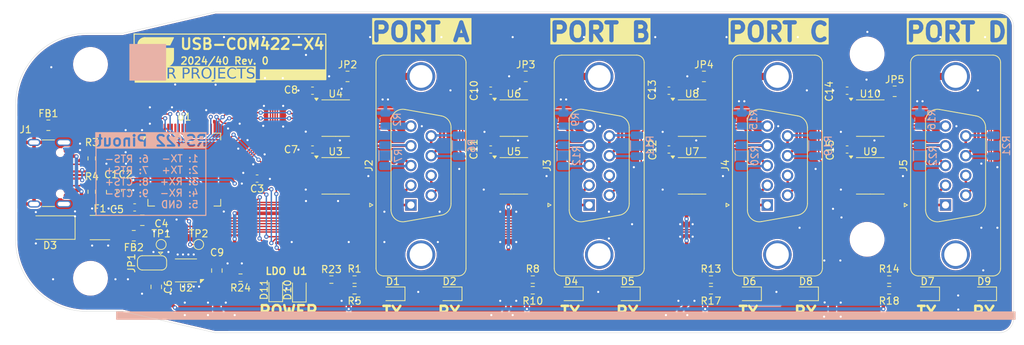
<source format=kicad_pcb>
(kicad_pcb (version 20240108) (generator "pcbnew") (generator_version "8.0")
  (layers (0 "F.Cu" signal) (31 "B.Cu" signal) (34 "B.Paste" user) (35 "F.Paste" user) (36 "B.SilkS" user "B.Silkscreen") (37 "F.SilkS" user "F.Silkscreen") (38 "B.Mask" user) (39 "F.Mask" user) (44 "Edge.Cuts" user))
  (net 0 "")
  (net 1 "GND")
  (net 2 "+5V")
  (net 3 "+3V3_HP")
  (net 4 "/RXTB")
  (net 5 "Net-(D4-A)")
  (net 6 "Net-(D5-A)")
  (net 7 "/TXTB")
  (net 8 "Net-(D6-A)")
  (net 9 "/RXTC")
  (net 10 "Net-(D7-A)")
  (net 11 "/TXTC")
  (net 12 "/RXTD")
  (net 13 "Net-(D8-A)")
  (net 14 "Net-(D9-A)")
  (net 15 "/TXTD")
  (net 16 "+3V3_LP")
  (net 17 "/CTSA+")
  (net 18 "/CTSA-")
  (net 19 "/RXA+")
  (net 20 "/RXA-")
  (net 21 "/CTSB-")
  (net 22 "/CTSB+")
  (net 23 "/RXB+")
  (net 24 "/RXB-")
  (net 25 "/CTSC-")
  (net 26 "/CTSC+")
  (net 27 "/RXC+")
  (net 28 "/RXC-")
  (net 29 "/CTSD-")
  (net 30 "/CTSD+")
  (net 31 "/RXD+")
  (net 32 "/RXD-")
  (net 33 "Net-(U1-USB_STAT1)")
  (net 34 "/CTSB")
  (net 35 "/TXA")
  (net 37 "/RXB")
  (net 40 "/RXD")
  (net 43 "/TXC")
  (net 47 "/TXD")
  (net 50 "/TXTA")
  (net 51 "/USB_D+")
  (net 53 "/CTSD")
  (net 57 "/RXA")
  (net 60 "/CTSC")
  (net 61 "/CTSA")
  (net 66 "/RXTA")
  (net 68 "/TXB")
  (net 69 "/USB_D-")
  (net 71 "/RTSC")
  (net 74 "/RTSB")
  (net 75 "/RTSA")
  (net 76 "/RTSD")
  (net 77 "/RXC")
  (net 79 "/TXA-")
  (net 80 "/TXA+")
  (net 81 "/RTSA+")
  (net 82 "/RTSA-")
  (net 83 "/TXB-")
  (net 84 "/TXB+")
  (net 85 "/RTSB-")
  (net 86 "/RTSB+")
  (net 87 "/TXC+")
  (net 88 "/TXC-")
  (net 89 "/RTSC+")
  (net 90 "/RTSC-")
  (net 91 "/TXD+")
  (net 92 "/TXD-")
  (net 93 "/RTSD-")
  (net 94 "/RTSD+")
  (net 95 "Net-(D2-A)")
  (net 96 "Net-(F1-Pad2)")
  (net 97 "Net-(J1-CC2)")
  (net 98 "Net-(J1-CC1)")
  (net 101 "Net-(J2-PAD)")
  (net 102 "Net-(J3-PAD)")
  (net 103 "Net-(J4-PAD)")
  (net 104 "Net-(J5-PAD)")
  (net 105 "Net-(J2-Pad5)")
  (net 106 "Net-(J3-Pad5)")
  (net 107 "Net-(J4-Pad5)")
  (net 108 "Net-(J5-Pad5)")
  (net 109 "Net-(D1-A)")
  (net 110 "Net-(D3-A1)")
  (net 111 "/USB_STAT2")
  (net 112 "Net-(JP1-C)")
  (net 117 "Net-(D10-A)")
  (net 118 "Net-(D11-A)")
  (net 120 "/USB_SHIELD")
  (footprint "LED_SMD:LED_0805_2012Metric" (layer "F.Cu") (at 108.7805 59.868 180)
    (property "Reference" "D5")
    (property "Value" "LED_G")
  )
  (footprint "Capacitor_SMD:C_0603_1608Metric" (layer "F.Cu") (at 89.493 39.618 180)
    (property "Reference" "C11")
    (property "Value" "100nF")
  )
  (footprint "Capacitor_SMD:C_0603_1608Metric" (layer "F.Cu") (at 139.493 31.368 180)
    (property "Reference" "C14")
    (property "Value" "100nF")
  )
  (footprint "Resistor_SMD:R_0805_2012Metric" (layer "F.Cu") (at 119.4055 29.368)
    (property "Reference" "JP4")
    (property "Value" "0R")
  )
  (footprint "Resistor_SMD:R_0805_2012Metric" (layer "F.Cu") (at 27.4305 36.219)
    (property "Reference" "FB1")
    (property "Value" "60R 100M")
  )
  (footprint "Diode_SMD:D_SMA" (layer "F.Cu") (at 27.676 50.57 180)
    (property "Reference" "D3")
    (property "Value" "SMAJ5.0A")
  )
  (footprint "Capacitor_SMD:C_0805_2012Metric" (layer "F.Cu") (at 36.318 45.595 90)
    (property "Reference" "C1")
    (property "Value" "4.7uF")
  )
  (footprint "Capacitor_SMD:C_0603_1608Metric" (layer "F.Cu") (at 64.493 39.618 180)
    (property "Reference" "C7")
    (property "Value" "100nF")
  )
  (footprint "LED_SMD:LED_0805_2012Metric" (layer "F.Cu") (at 133.7805 59.868 180)
    (property "Reference" "D8")
    (property "Value" "LED_G")
  )
  (footprint "Connector_USB:USB_C_Receptacle_GCT_USB4105-xx-A_16P_TopMnt_Horizontal" (layer "F.Cu") (at 26.497 42.945 -90)
    (property "Reference" "J1")
    (property "Value" "USB_C_Receptacle_USB2.0_16P")
  )
  (footprint "Package_SO:SOIC-8_3.9x4.9mm_P1.27mm" (layer "F.Cu") (at 117.743 43.318)
    (property "Reference" "U7")
    (property "Value" "SP3077EEN")
  )
  (footprint "Resistor_SMD:R_0805_2012Metric" (layer "F.Cu") (at 39.4155 51.713 180)
    (property "Reference" "FB2")
    (property "Value" "60R 100M")
  )
  (footprint "Capacitor_SMD:C_0603_1608Metric" (layer "F.Cu") (at 114.493 39.618 180)
    (property "Reference" "C12")
    (property "Value" "100nF")
  )
  (footprint "Resistor_SMD:R_0603_1608Metric" (layer "F.Cu") (at 33.518 40.87 90)
    (property "Reference" "R3")
    (property "Value" "5.1k")
  )
  (footprint "Capacitor_SMD:C_0603_1608Metric" (layer "F.Cu") (at 56.718 43.695 180)
    (property "Reference" "C3")
    (property "Value" "100nF")
  )
  (footprint "LED_SMD:LED_0805_2012Metric" (layer "F.Cu") (at 150.7805 59.868 180)
    (property "Reference" "D7")
    (property "Value" "LED_R")
  )
  (footprint "Resistor_SMD:R_0603_1608Metric" (layer "F.Cu") (at 120.393 59.368 180)
    (property "Reference" "R17")
    (property "Value" "4.7k")
  )
  (footprint "Jumper:SolderJumper-3_P1.3mm_Bridged12_RoundedPad1.0x1.5mm" (layer "F.Cu") (at 41.979 55.523 180)
    (property "Reference" "JP1")
    (property "Value" "SolderJumper_3_Bridged12")
  )
  (footprint "Capacitor_SMD:C_0603_1608Metric" (layer "F.Cu") (at 64.493 31.368 180)
    (property "Reference" "C8")
    (property "Value" "100nF")
  )
  (footprint "Capacitor_SMD:C_0805_2012Metric" (layer "F.Cu") (at 40.618 49.545 180)
    (property "Reference" "C4")
    (property "Value" "4.7uF")
  )
  (footprint "Package_SO:SOIC-8_3.9x4.9mm_P1.27mm" (layer "F.Cu") (at 67.743 43.318)
    (property "Reference" "U3")
    (property "Value" "SP3077EEN")
  )
  (footprint "UsbCom422x4_Components:SAHR_logo_5mm" (layer "F.Cu") (at 42.486 25.938)
    (property "Reference" "REF**" (hide yes))
    (property "Value" "SAHR_logo_5mm")
  )
  (footprint "Capacitor_SMD:C_0603_1608Metric" (layer "F.Cu") (at 114.493 31.368 180)
    (property "Reference" "C13")
    (property "Value" "100nF")
  )
  (footprint "TestPoint:TestPoint_Pad_D1.0mm" (layer "F.Cu") (at 48.518 52.945)
    (property "Reference" "TP2")
    (property "Value" "TestPoint")
  )
  (footprint "Resistor_SMD:R_0603_1608Metric" (layer "F.Cu") (at 95.393 59.368 180)
    (property "Reference" "R10")
    (property "Value" "4.7k")
  )
  (footprint "Package_SO:SOIC-8_3.9x4.9mm_P1.27mm" (layer "F.Cu") (at 117.743 35.213)
    (property "Reference" "U8")
    (property "Value" "SP3077EEN")
  )
  (footprint "Resistor_SMD:R_0603_1608Metric" (layer "F.Cu") (at 145.393 57.868 180)
    (property "Reference" "R14")
    (property "Value" "4.7k")
  )
  (footprint "Resistor_SMD:R_0805_2012Metric" (layer "F.Cu") (at 94.4055 29.368)
    (property "Reference" "JP3")
    (property "Value" "0R")
  )
  (footprint "Connector_Dsub:DSUB-9_Male_Vertical_P2.77x2.84mm_MountingHoles" (layer "F.Cu") (at 128.298 47.408 90)
    (property "Reference" "J4")
    (property "Value" "DE9")
  )
  (footprint "Resistor_SMD:R_0603_1608Metric" (layer "F.Cu") (at 145.393 59.368 180)
    (property "Reference" "R18")
    (property "Value" "4.7k")
  )
  (footprint "Connector_Dsub:DSUB-9_Male_Vertical_P2.77x2.84mm_MountingHoles" (layer "F.Cu") (at 78.298 47.408 90)
    (property "Reference" "J2")
    (property "Value" "DE9")
  )
  (footprint "Capacitor_SMD:C_0805_2012Metric" (layer "F.Cu") (at 42.567 58.891 -90)
    (property "Reference" "C6")
    (property "Value" "4.7uF")
  )
  (footprint "MountingHole:MountingHole_4.3mm_M4" (layer "F.Cu") (at 33.346 57.683)
    (property "Reference" "H1" (hide yes))
    (property "Value" "MountingHole")
  )
  (footprint "Resistor_SMD:R_0603_1608Metric" (layer "F.Cu") (at 70.393 57.868 180)
    (property "Reference" "R1")
    (property "Value" "4.7k")
  )
  (footprint "Resistor_SMD:R_0603_1608Metric" (layer "F.Cu") (at 33.518 45.545 -90)
    (property "Reference" "R4")
    (property "Value" "5.1k")
  )
  (footprint "LED_SMD:LED_0805_2012Metric" (layer "F.Cu") (at 59.341 59.2845 90)
    (property "Reference" "D11")
    (property "Value" "LED_O")
  )
  (footprint "UsbCom422x4_Components:U-DFN3030-8_AP7361C" (layer "F.Cu") (at 46.736 56.58 180)
    (property "Reference" "U2")
    (property "Value" "AP7361C-33FGE")
  )
  (footprint "Resistor_SMD:R_0603_1608Metric" (layer "F.Cu") (at 67.143 57.868)
    (property "Reference" "R23")
    (property "Value" "4.7k")
  )
  (footprint "LED_SMD:LED_0805_2012Metric" (layer "F.Cu") (at 62.643 59.3305 90)
    (property "Reference" "D10")
    (property "Value" "LED_O")
  )
  (footprint "MountingHole:MountingHole_4.3mm_M4" (layer "F.Cu") (at 33.346 27.683)
    (property "Reference" "H3" (hide yes))
    (property "Value" "MountingHole")
  )
  (footprint "LED_SMD:LED_0805_2012Metric" (layer "F.Cu") (at 158.7805 59.868 180)
    (property "Reference" "D9")
    (property "Value" "LED_G")
  )
  (footprint "LED_SMD:LED_0805_2012Metric" (layer "F.Cu") (at 125.7805 59.868 180)
    (property "Reference" "D6")
    (property "Value" "LED_R")
  )
  (footprint "Connector_Dsub:DSUB-9_Male_Vertical_P2.77x2.84mm_MountingHoles" (layer "F.Cu") (at 103.298 47.408 90)
    (property "Reference" "J3")
    (property "Value" "DE9")
  )
  (footprint "Capacitor_SMD:C_0603_1608Metric" (layer "F.Cu") (at 39.543 47.745 180)
    (property "Reference" "C5")
    (property "Value" "100nF")
  )
  (footprint "LED_SMD:LED_0805_2012Metric" (layer "F.Cu") (at 83.7805 59.868 180)
    (property "Reference" "D2")
    (property "Value" "LED_G")
  )
  (footprint "MountingHole:MountingHole_4.3mm_M4" (layer "F.Cu") (at 142.296 52.223)
    (property "Reference" "H2" (hide yes))
    (property "Value" "MountingHole")
  )
  (footprint "Capacitor_SMD:C_0603_1608Metric" (layer "F.Cu") (at 89.493 31.368 180)
    (property "Reference" "C10")
    (property "Value" "100nF")
  )
  (footprint "Resistor_SMD:R_0603_1608Metric" (layer "F.Cu") (at 120.393 57.868 180)
    (property "Reference" "R13")
    (property "Value" "4.7k")
  )
  (footprint "Resistor_SMD:R_0603_1608Metric" (layer "F.Cu") (at 70.393 59.368 180)
    (property "Reference" "R5")
    (property "Value" "4.7k")
  )
  (footprint "Package_SO:SOIC-8_3.9x4.9mm_P1.27mm" (layer "F.Cu") (at 92.743 43.318)
    (property "Reference" "U5")
    (property "Value" "SP3077EEN")
  )
  (footprint "TestPoint:TestPoint_Pad_D1.0mm" (layer "F.Cu") (at 43.254 52.945)
    (property "Reference" "TP1")
    (property "Value" "TestPoint")
  )
  (footprint "Package_QFP:LQFP-64_10x10mm_P0.5mm" (layer "F.Cu") (at 46.504 42.445)
    (property "Reference" "U1")
    (property "Value" "XR21B1424")
  )
  (footprint "Package_SO:SOIC-8_3.9x4.9mm_P1.27mm" (layer "F.Cu") (at 142.743 35.213)
    (property "Reference" "U10")
    (property "Value" "SP3077EEN")
  )
  (footprint "Resistor_SMD:R_1812_4532Metric" (layer "F.Cu") (at 34.6715 50.57)
    (property "Reference" "F1")
    (property "Value" "1812L110-16DR")
  )
  (footprint "Capacitor_SMD:C_0603_1608Metric" (layer "F.Cu") (at 38.218 45.37 90)
    (property "Reference" "C2")
    (property "Value" "100nF")
  )
  (footprint "Connector_Dsub:DSUB-9_Male_Vertical_P2.77x2.84mm_MountingHoles" (layer "F.Cu") (at 153.298 47.408 90)
    (property "Reference" "J5")
    (property "Value" "DE9")
  )
  (footprint "LED_SMD:LED_0805_2012Metric" (layer "F.Cu") (at 100.7805 59.868 180)
    (property "Reference" "D4")
    (property "Value" "LED_R")
  )
  (footprint "Package_SO:SOIC-8_3.9x4.9mm_P1.27mm" (layer "F.Cu") (at 92.743 35.213)
    (property "Reference" "U6")
    (property "Value" "SP3077EEN")
  )
  (footprint "Capacitor_SMD:C_0603_1608Metric" (layer "F.Cu") (at 139.493 39.618 180)
    (property "Reference" "C15")
    (property "Value" "100nF")
  )
  (footprint "Capacitor_SMD:C_0805_2012Metric" (layer "F.Cu") (at 51.076 56.6 90)
    (property "Reference" "C9")
    (property "Value" "4.7uF")
  )
  (footprint "Resistor_SMD:R_0805_2012Metric" (layer "F.Cu") (at 146.166 31.453)
    (property "Reference" "JP5")
    (property "Value" "0R")
  )
  (footprint "LED_SMD:LED_0805_2012Metric" (layer "F.Cu") (at 75.7805 59.868 180)
    (property "Reference" "D1")
    (property "Value" "LED_R")
  )
  (footprint "Resistor_SMD:R_0603_1608Metric" (layer "F.Cu") (at 95.393 57.868 180)
    (property "Reference" "R8")
    (property "Value" "4.7k")
  )
  (footprint "MountingHole:MountingHole_4.3mm_M4" (layer "F.Cu") (at 142.296 26.223)
    (property "Reference" "H4" (hide yes))
    (property "Value" "MountingHole")
  )
  (footprint "Resistor_SMD:R_0603_1608Metric" (layer "F.Cu") (at 54.393 57.6 180)
    (property "Reference" "R24")
    (property "Value" "4.7k")
  )
  (footprint "Resistor_SMD:R_0805_2012Metric" (layer "F.Cu") (at 69.4055 29.368)
    (property "Reference" "JP2")
    (property "Value" "0R")
  )
  (footprint "Package_SO:SOIC-8_3.9x4.9mm_P1.27mm" (layer "F.Cu") (at 67.743 35.213)
    (property "Reference" "U4")
    (property "Value" "SP3077EEN")
  )
  (footprint "Package_SO:SOIC-8_3.9x4.9mm_P1.27mm" (layer "F.Cu") (at 142.743 43.318)
    (property "Reference" "U9")
    (property "Value" "SP3077EEN")
  )
  (footprint "Resistor_SMD:R_1206_3216Metric" (layer "B.Cu") (at 85.018 39.098 90)
    (property "Reference" "R6")
    (property "Value" "120R")
  )
  (footprint "Resistor_SMD:R_0805_2012Metric" (layer "B.Cu") (at 124.718 35.4155 90)
    (property "Reference" "R15")
    (property "Value" "22R")
  )
  (footprint "Resistor_SMD:R_1206_3216Metric" (layer "B.Cu") (at 99.718 40.483 90)
    (property "Reference" "R12")
    (property "Value" "120R")
  )
  (footprint "Resistor_SMD:R_0805_2012Metric" (layer "B.Cu") (at 149.718 35.4155 90)
    (property "Reference" "R16")
    (property "Value" "22R")
  )
  (footprint "Resistor_SMD:R_1206_3216Metric" (layer "B.Cu") (at 160.018 39.098 90)
    (property "Reference" "R21")
    (property "Value" "120R")
  )
  (footprint "Resistor_SMD:R_1206_3216Metric" (layer "B.Cu") (at 149.718 40.483 90)
    (property "Reference" "R22")
    (property "Value" "120R")
  )
  (footprint "Resistor_SMD:R_0805_2012Metric" (layer "B.Cu") (at 74.718 35.4155 90)
    (property "Reference" "R2")
    (property "Value" "22R")
  )
  (footprint "Resistor_SMD:R_1206_3216Metric" (layer "B.Cu") (at 124.718 40.483 90)
    (property "Reference" "R20")
    (property "Value" "120R")
  )
  (footprint "Resistor_SMD:R_1206_3216Metric" (layer "B.Cu") (at 135.018 39.098 90)
    (property "Reference" "R19")
    (property "Value" "120R")
  )
  (footprint "Resistor_SMD:R_1206_3216Metric" (layer "B.Cu") (at 110.018 39.098 90)
    (property "Reference" "R11")
    (property "Value" "120R")
  )
  (footprint "Resistor_SMD:R_1206_3216Metric" (layer "B.Cu") (at 74.718 40.483 90)
    (property "Reference" "R7")
    (property "Value" "120R")
  )
  (footprint "Resistor_SMD:R_0805_2012Metric" (layer "B.Cu") (at 99.718 35.4155 90)
    (property "Reference" "R9")
    (property "Value" "22R")
  )
  (gr_rect (start 38.876 24.883) (end 43.876 29.883) (stroke (width 0.153)) (fill solid) (layer "B.SilkS"))
  (gr_rect (start 37.016 62.4103) (end 163.056 63.4357) (stroke (width 0.153)) (fill solid) (layer "B.SilkS"))
  (gr_rect (start 34.116 39.423) (end 49.526 48.863) (stroke (width 0.153)) (fill none) (layer "B.SilkS"))
  (gr_rect (start 39.466 23.428) (end 66.356 29.818) (stroke (width 0.153)) (fill none) (layer "F.SilkS"))
  (gr_rect (start 57.186 28.448) (end 66.326 29.738) (stroke (width 0.153)) (fill solid) (layer "F.SilkS"))
  (gr_arc (start 32.846 62.323) (mid 25.774932 59.394068) (end 22.846 52.323) (stroke (width 0.05)) (layer "Edge.Cuts"))
  (gr_arc (start 162.846 63.323) (mid 162.260214 64.737214) (end 160.846 65.323) (stroke (width 0.05)) (layer "Edge.Cuts"))
  (gr_line (start 50.846 65.323) (end 160.846 65.323) (stroke (width 0.05)) (layer "Edge.Cuts"))
  (gr_line (start 37.846 62.323) (end 50.846 65.323) (stroke (width 0.05)) (layer "Edge.Cuts"))
  (gr_line (start 32.846 23.323) (end 37.846 23.323) (stroke (width 0.05)) (layer "Edge.Cuts"))
  (gr_line (start 37.846 23.323) (end 50.846 20.323) (stroke (width 0.05)) (layer "Edge.Cuts"))
  (gr_line (start 22.846 33.323) (end 22.846 52.323) (stroke (width 0.05)) (layer "Edge.Cuts"))
  (gr_arc (start 160.846 20.323) (mid 162.260214 20.908786) (end 162.846 22.323) (stroke (width 0.05)) (layer "Edge.Cuts"))
  (gr_line (start 162.846 63.323) (end 162.846 22.323) (stroke (width 0.05)) (layer "Edge.Cuts"))
  (gr_line (start 160.846 20.323) (end 50.846 20.323) (stroke (width 0.05)) (layer "Edge.Cuts"))
  (gr_line (start 32.846 62.323) (end 37.846 62.323) (stroke (width 0.05)) (layer "Edge.Cuts"))
  (gr_arc (start 22.846 33.323) (mid 25.774932 26.251932) (end 32.846 23.323) (stroke (width 0.05)) (layer "Edge.Cuts"))
  (gr_text "RS422 Pinout" (at 49.876 39.273 0) (layer "B.SilkS" knockout) (effects (font (size 1.5 1.5) (thickness 0.3) (bold yes)) (justify left bottom mirror)))
  (gr_text "6: RTS-\n7: RTS+\n8: CTS+\n9: CTS-\n" (at 41.626 46.363 0) (layer "B.SilkS") (effects (font (size 1 1) (thickness 0.16)) (justify left bottom mirror)))
  (gr_text "1: TX-\n2: TX+\n3: RX+\n4: RX-\n5: GND" (at 48.586 47.923 0) (layer "B.SilkS") (effects (font (size 1 1) (thickness 0.16)) (justify left bottom mirror)))
  (gr_text "2024/40 Rev. 0" (at 45.871 27.768 0) (layer "F.SilkS") (effects (font (size 1 1) (thickness 0.1875)) (justify left bottom)))
  (gr_text "RX" (at 81.873595 63.368 0) (layer "F.SilkS") (effects (font (size 1.6 1.6) (thickness 0.35) (bold yes)) (justify left bottom)))
  (gr_text "U1" (at 61.593 57.268 0) (layer "F.SilkS") (effects (font (size 1 1) (thickness 0.2) (bold yes)) (justify left bottom)))
  (gr_text "TX" (at 74.064071 63.368 0) (layer "F.SilkS") (effects (font (size 1.6 1.6) (thickness 0.35) (bold yes)) (justify left bottom)))
  (gr_text "USB-COM422-X4" (at 45.776 25.708 0) (layer "F.SilkS") (effects (font (size 1.5 1.5) (thickness 0.3) (bold yes)) (justify left bottom)))
  (gr_text "PORT A" (at 72.468 24.618 0) (layer "F.SilkS" knockout) (effects (font (size 2.5 2.5) (thickness 0.6) (bold yes)) (justify left bottom)))
  (gr_text "SAHR PROJECTS" (at 39.566 29.908 0) (layer "F.SilkS" knockout) (effects (font (size 1.5 1.5) (thickness 0.1)) (justify left bottom)))
  (gr_text "PORT B" (at 97.468 24.618 0) (layer "F.SilkS" knockout) (effects (font (size 2.5 2.5) (thickness 0.6) (bold yes)) (justify left bottom)))
  (gr_text "RX" (at 156.873595 63.368 0) (layer "F.SilkS") (effects (font (size 1.6 1.6) (thickness 0.35) (bold yes)) (justify left bottom)))
  (gr_text "TX" (at 124.064071 63.368 0) (layer "F.SilkS") (effects (font (size 1.6 1.6) (thickness 0.35) (bold yes)) (justify left bottom)))
  (gr_text "RX" (at 131.873595 63.368 0) (layer "F.SilkS") (effects (font (size 1.6 1.6) (thickness 0.35) (bold yes)) (justify left bottom)))
  (gr_text "PORT C" (at 122.468 24.618 0) (layer "F.SilkS" knockout) (effects (font (size 2.5 2.5) (thickness 0.6) (bold yes)) (justify left bottom)))
  (gr_text "LDO" (at 57.793 57.268 0) (layer "F.SilkS") (effects (font (size 1 1) (thickness 0.2) (bold yes)) (justify left bottom)))
  (gr_text "RX" (at 106.873595 63.368 0) (layer "F.SilkS") (effects (font (size 1.6 1.6) (thickness 0.35) (bold yes)) (justify left bottom)))
  (gr_text "TX" (at 99.064071 63.368 0) (layer "F.SilkS") (effects (font (size 1.6 1.6) (thickness 0.35) (bold yes)) (justify left bottom)))
  (gr_text "TX" (at 149.064071 63.368 0) (layer "F.SilkS") (effects (font (size 1.6 1.6) (thickness 0.35) (bold yes)) (justify left bottom)))
  (gr_text "POWER" (at 56.793 63.268 0) (layer "F.SilkS") (effects (font (size 1.6 1.6) (thickness 0.35) (bold yes)) (justify left bottom)))
  (gr_text "PORT D" (at 147.468 24.618 0) (layer "F.SilkS" knockout) (effects (font (size 2.5 2.5) (thickness 0.6) (bold yes)) (justify left bottom)))
  (segment (start 63.64 45.223) (end 63.618 45.245) (width 0.5) (layer "F.Cu") (net 1))
  (segment (start 115.268 45.223) (end 113.64 45.223) (width 0.5) (layer "F.Cu") (net 1))
  (segment (start 54.481 43.195) (end 52.179 43.195) (width 0.3) (layer "F.Cu") (net 1))
  (segment (start 137.545 39.618) (end 137.518 39.645) (width 0.5) (layer "F.Cu") (net 1))
  (segment (start 88.718 31.368) (end 87.641 31.368) (width 0.5) (layer "F.Cu") (net 1))
  (segment (start 138.64 45.223) (end 138.618 45.245) (width 0.5) (layer "F.Cu") (net 1))
  (segment (start 87.591 39.618) (end 87.518 39.545) (width 0.5) (layer "F.Cu") (net 1))
  (segment (start 62.545 39.618) (end 62.518 39.645) (width 0.5) (layer "F.Cu") (net 1))
  (segment (start 44.754 48.99812) (end 45.20088 49.445) (width 0.3) (layer "F.Cu") (net 1))
  (segment (start 113.718 31.368) (end 112.541 31.368) (width 0.5) (layer "F.Cu") (net 1))
  (segment (start 138.718 39.618) (end 137.545 39.618) (width 0.5) (layer "F.Cu") (net 1))
  (segment (start 113.645 37.118) (end 113.618 37.145) (width 0.5) (layer "F.Cu") (net 1))
  (segment (start 115.268 37.118) (end 113.645 37.118) (width 0.5) (layer "F.Cu") (net 1))
  (segment (start 112.545 39.618) (end 112.518 39.645) (width 0.5) (layer "F.Cu") (net 1))
  (segment (start 44.754 48.12) (end 44.754 48.99812) (width 0.3) (layer "F.Cu") (net 1))
  (segment (start 140.268 45.223) (end 138.64 45.223) (width 0.5) (layer "F.Cu") (net 1))
  (segment (start 63.545 37.118) (end 65.268 37.118) (width 0.5) (layer "F.Cu") (net 1))
  (segment (start 58.468 43.695) (end 58.518 43.745) (width 0.5) (layer "F.Cu") (net 1))
  (segment (start 54.776 42.9) (end 54.481 43.195) (width 0.3) (layer "F.Cu") (net 1))
  (segment (start 65.268 45.223) (end 63.64 45.223) (width 0.5) (layer "F.Cu") (net 1))
  (segment (start 140.268 37.118) (end 138.645 37.118) (width 0.5) (layer "F.Cu") (net 1))
  (segment (start 90.268 45.223) (end 88.54 45.223) (width 0.5) (layer "F.Cu") (net 1))
  (segment (start 112.541 31.368) (end 112.518 31.345) (width 0.5) (layer "F.Cu") (net 1))
  (segment (start 63.718 31.368) (end 62.541 31.368) (width 0.5) (layer "F.Cu") (net 1))
  (segment (start 88.54 45.223) (end 88.518 45.245) (width 0.5) (layer "F.Cu") (net 1))
  (segment (start 138.718 31.368) (end 137.568 31.368) (width 0.5) (layer "F.Cu") (net 1))
  (segment (start 113.64 45.223) (end 113.618 45.245) (width 0.5) (layer "F.Cu") (net 1))
  (segment (start 63.718 39.618) (end 62.545 39.618) (width 0.5) (layer "F.Cu") (net 1))
  (segment (start 57.493 43.695) (end 58.468 43.695) (width 0.5) (layer "F.Cu") (net 1))
  (segment (start 137.568 31.368) (end 137.545 31.345) (width 0.5) (layer "F.Cu") (net 1))
  (segment (start 113.718 39.618) (end 112.545 39.618) (width 0.5) (layer "F.Cu") (net 1))
  (segment (start 138.645 37.118) (end 138.618 37.145) (width 0.5) (layer "F.Cu") (net 1))
  (segment (start 88.718 39.618) (end 87.591 39.618) (width 0.5) (layer "F.Cu") (net 1))
  (segment (start 45.20088 49.445) (end 45.418 49.445) (width 0.3) (layer "F.Cu") (net 1))
  (segment (start 87.641 31.368) (end 87.618 31.345) (width 0.5) (layer "F.Cu") (net 1))
  (segment (start 62.541 31.368) (end 62.518 31.345) (width 0.5) (layer "F.Cu") (net 1))
  (segment (start 90.268 37.118) (end 88.645 37.118) (width 0.5) (layer "F.Cu") (net 1))
  (segment (start 88.645 37.118) (end 88.618 37.145) (width 0.5) (layer "F.Cu") (net 1))
  (via (at 138.596 61.1) (size 0.6) (drill 0.3) (layers "F.Cu" "B.Cu") (net 1))
  (via (at 33.576 47.9) (size 0.6) (drill 0.3) (layers "F.Cu" "B.Cu") (net 1))
  (via (at 117.826 51.85) (size 0.6) (drill 0.3) (layers "F.Cu" "B.Cu") (net 1))
  (via (at 62.518 31.345) (size 0.6) (drill 0.3) (layers "F.Cu" "B.Cu") (net 1))
  (via (at 60.826 59.1) (size 0.6) (drill 0.3) (layers "F.Cu" "B.Cu") (net 1))
  (via (at 52.046 48.323) (size 0.6) (drill 0.3) (layers "F.Cu" "B.Cu") (net 1))
  (via (at 25.676 48.4) (size 0.6) (drill 0.3) (layers "F.Cu" "B.Cu") (net 1))
  (via (at 45.226 30.503) (size 0.6) (drill 0.3) (layers "F.Cu" "B.Cu") (net 1))
  (via (at 90.826 52.6) (size 0.6) (drill 0.3) (layers "F.Cu" "B.Cu") (net 1))
  (via (at 57.676 33.5) (size 0.6) (drill 0.3) (layers "F.Cu" "B.Cu") (net 1))
  (via (at 132.576 23.85) (size 0.6) (drill 0.3) (layers "F.Cu" "B.Cu") (net 1))
  (via (at 49.826 62.85) (size 0.6) (drill 0.3) (layers "F.Cu" "B.Cu") (net 1))
  (via (at 44.576 59.85) (size 0.6) (drill 0.3) (layers "F.Cu" "B.Cu") (net 1))
  (via (at 138.596 63.073) (size 0.6) (drill 0.3) (layers "F.Cu" "B.Cu") (net 1))
  (via (at 52.326 61.1) (size 0.6) (drill 0.3) (layers "F.Cu" "B.Cu") (net 1))
  (via (at 55.376 38.3) (size 0.6) (drill 0.3) (layers "F.Cu" "B.Cu") (net 1))
  (via (at 54.076 39.5) (size 0.6) (drill 0.3) (layers "F.Cu" "B.Cu") (net 1))
  (via (at 118.576 31.1) (size 0.6) (drill 0.3) (layers "F.Cu" "B.Cu") (net 1))
  (via (at 31.876 38.8) (size 0.6) (drill 0.3) (layers "F.Cu" "B.Cu") (net 1))
  (via (at 46.576 62.85) (size 0.6) (drill 0.3) (layers "F.Cu" "B.Cu") (net 1))
  (via (at 93.576 31.1) (size 0.6) (drill 0.3) (layers "F.Cu" "B.Cu") (net 1))
  (via (at 38.596 57.823) (size 0.6) (drill 0.3) (layers "F.Cu" "B.Cu") (net 1))
  (via (at 157.846 31.323) (size 0.6) (drill 0.3) (layers "F.Cu" "B.Cu") (net 1))
  (via (at 40.576 36.9) (size 0.6) (drill 0.3) (layers "F.Cu" "B.Cu") (net 1))
  (via (at 68.076 46.85) (size 0.6) (drill 0.3) (layers "F.Cu" "B.Cu") (net 1))
  (via (at 69.576 52.6) (size 0.6) (drill 0.3) (layers "F.Cu" "B.Cu") (net 1))
  (via (at 158.596 56.573) (size 0.6) (drill 0.3) (layers "F.Cu" "B.Cu") (net 1))
  (via (at 48.576 58.85) (size 0.6) (drill 0.3) (layers "F.Cu" "B.Cu") (net 1))
  (via (at 33.576 53.1) (size 0.6) (drill 0.3) (layers "F.Cu" "B.Cu") (net 1))
  (via (at 113.618 37.145) (size 0.6) (drill 0.3) (layers "F.Cu" "B.Cu") (net 1))
  (via (at 25.676 52.8) (size 0.6) (drill 0.3) (layers "F.Cu" "B.Cu") (net 1))
  (via (at 82.326 48.35) (size 0.6) (drill 0.3) (layers "F.Cu" "B.Cu") (net 1))
  (via (at 54.276 36) (size 0.6) (drill 0.3) (layers "F.Cu" "B.Cu") (net 1))
  (via (at 75.076 32.6) (size 0.6) (drill 0.3) (layers "F.Cu" "B.Cu") (net 1))
  (via (at 53.576 62.85) (size 0.6) (drill 0.3) (layers "F.Cu" "B.Cu") (net 1))
  (via (at 135.076 42.35) (size 0.6) (drill 0.3) (layers "F.Cu" "B.Cu") (net 1))
  (via (at 155.096 62.073) (size 0.6) (drill 0.3) (layers "F.Cu" "B.Cu") (net 1))
  (via (at 72.326 43.35) (size 0.6) (drill 0.3) (layers "F.Cu" "B.Cu") (net 1))
  (via (at 38.326 41.613) (size 0.6) (drill 0.3) (layers "F.Cu" "B.Cu") (net 1))
  (via (at 88.518 45.245) (size 0.6) (drill 0.3) (layers "F.Cu" "B.Cu") (net 1))
  (via (at 63.576 26.35) (size 0.6) (drill 0.3) (layers "F.Cu" "B.Cu") (net 1))
  (via (at 99.326 32.6) (size 0.6) (drill 0.3) (layers "F.Cu" "B.Cu") (net 1))
  (via (at 47.076 54.35) (size 0.6) (drill 0.3) (layers "F.Cu" "B.Cu") (net 1))
  (via (at 102.576 23.85) (size 0.6) (drill 0.3) (layers "F.Cu" "B.Cu") (net 1))
  (via (at 160.576 42.1) (size 0.6) (drill 0.3) (layers "F.Cu" "B.Cu") (net 1))
  (via (at 122.076 43.35) (size 0.6) (drill 0.3) (layers "F.Cu" "B.Cu") (net 1))
  (via (at 60.376 33.5) (size 0.6) (drill 0.3) (layers "F.Cu" "B.Cu") (net 1))
  (via (at 70.576 60.85) (size 0.6) (drill 0.3) (layers "F.Cu" "B.Cu") (net 1))
  (via (at 47.826 58.85) (size 0.6) (drill 0.3) (layers "F.Cu" "B.Cu") (net 1))
  (via (at 41.676 33.7) (size 0.6) (drill 0.3) (layers "F.Cu" "B.Cu") (net 1))
  (via (at 104.576 59.6) (size 0.6) (drill 0.3) (layers "F.Cu" "B.Cu") (net 1))
  (via (at 136.266 63.073) (size 0.6) (drill 0.3) (layers "F.Cu" "B.Cu") (net 1))
  (via (at 72.576 23.85) (size 0.6) (drill 0.3) (layers "F.Cu" "B.Cu") (net 1))
  (via (at 114.076 62.85) (size 0.6) (drill 0.3) (layers "F.Cu" "B.Cu") (net 1))
  (via (at 147.326 43.35) (size 0.6) (drill 0.3) (layers "F.Cu" "B.Cu") (net 1))
  (via (at 31.876 39.7) (size 0.6) (drill 0.3) (layers "F.Cu" "B.Cu") (net 1))
  (via (at 142.216 29.823) (size 0.6) (drill 0.3) (layers "F.Cu" "B.Cu") (net 1))
  (via (at 106.076 52.1) (size 0.6) (drill 0.3) (layers "F.Cu" "B.Cu") (net 1))
  (via (at 47.826 54.35) (size 0.6) (drill 0.3) (layers "F.Cu" "B.Cu") (net 1))
  (via (at 124.326 32.85) (size 0.6) (drill 0.3) (layers "F.Cu" "B.Cu") (net 1))
  (via (at 61.576 52.6) (size 0.6) (drill 0.3) (layers "F.Cu" "B.Cu") (net 1))
  (via (at 74.326 32.6) (size 0.6) (drill 0.3) (layers "F.Cu" "B.Cu") (net 1))
  (via (at 57.826 29.6) (size 0.6) (drill 0.3) (layers "F.Cu" "B.Cu") (net 1))
  (via (at 117.076 62.85) (size 0.6) (drill 0.3) (layers "F.Cu" "B.Cu") (net 1))
  (via (at 50.896 30.533) (size 0.6) (drill 0.3) (layers "F.Cu" "B.Cu") (net 1))
  (via (at 49.576 34.1) (size 0.6) (drill 0.3) (layers "F.Cu" "B.Cu") (net 1))
  (via (at 57.576 36.3) (size 0.6) (drill 0.3) (layers "F.Cu" "B.Cu") (net 1))
  (via (at 62.576 23.85) (size 0.6) (drill 0.3) (layers "F.Cu" "B.Cu") (net 1))
  (via (at 46.326 54.35) (size 0.6) (drill 0.3) (layers "F.Cu" "B.Cu") (net 1))
  (via (at 93.076 48.35) (size 0.6) (drill 0.3) (layers "F.Cu" "B.Cu") (net 1))
  (via (at 154.826 36.35) (size 0.6) (drill 0.3) (layers "F.Cu" "B.Cu") (net 1))
  (via (at 137.516 47.943) (size 0.6) (drill 0.3) (layers "F.Cu" "B.Cu") (net 1))
  (via (at 117.076 29.35) (size 0.6) (drill 0.3) (layers "F.Cu" "B.Cu") (net 1))
  (via (at 54.576 44.4) (size 0.6) (drill 0.3) (layers "F.Cu" "B.Cu") (net 1))
  (via (at 49.826 61.1) (size 0.6) (drill 0.3) (layers "F.Cu" "B.Cu") (net 1))
  (via (at 47.076 58.85) (size 0.6) (drill 0.3) (layers "F.Cu" "B.Cu") (net 1))
  (via (at 52.076 23.85) (size 0.6) (drill 0.3) (layers "F.Cu" "B.Cu") (net 1))
  (via (at 109.326 50.1) (size 0.6) (drill 0.3) (layers "F.Cu" "B.Cu") (net 1))
  (via (at 36.846 57.823) (size 0.6) (drill 0.3) (layers "F.Cu" "B.Cu") (net 1))
  (via (at 46.576 61.1) (size 0.6) (drill 0.3) (layers "F.Cu" "B.Cu") (net 1))
  (via (at 112.518 39.645) (size 0.6) (drill 0.3) (layers "F.Cu" "B.Cu") (net 1))
  (via (at 109.576 42.1) (size 0.6) (drill 0.3) (layers "F.Cu" "B.Cu") (net 1))
  (via (at 90.826 48.35) (size 0.6) (drill 0.3) (layers "F.Cu" "B.Cu") (net 1))
  (via (at 93.076 52.6) (size 0.6) (drill 0.3) (layers "F.Cu" "B.Cu") (net 1))
  (via (at 137.545 31.345) (size 0.6) (drill 0.3) (layers "F.Cu" "B.Cu") (net 1))
  (via (at 27.846 28.073) (size 0.6) (drill 0.3) (layers "F.Cu" "B.Cu") (net 1))
  (via (at 116.076 51.85) (size 0.6) (drill 0.3) (layers "F.Cu" "B.Cu") (net 1))
  (via (at 125.076 32.85) (size 0.6) (drill 0.3) (layers "F.Cu" "B.Cu") (net 1))
  (via (at 87.618 31.345) (size 0.6) (drill 0.3) (layers "F.Cu" "B.Cu") (net 1))
  (via (at 68.576 31.1) (size 0.6) (drill 0.3) (layers "F.Cu" "B.Cu") (net 1))
  (via (at 138.546 55.193) (size 0.6) (drill 0.3) (layers "F.Cu" "B.Cu") (net 1))
  (via (at 93.076 60.85) (size 0.6) (drill 0.3) (layers "F.Cu" "B.Cu") (net 1))
  (via (at 158.326 41.6) (size 0.6) (drill 0.3) (layers "F.Cu" "B.Cu") (net 1))
  (via (at 92.076 29.35) (size 0.6) (drill 0.3) (layers "F.Cu" "B.Cu") (net 1))
  (via (at 35.576 41.613) (size 0.6) (drill 0.3) (layers "F.Cu" "B.Cu") (net 1))
  (via (at 52.646 36.673) (size 0.6) (drill 0.3) (layers "F.Cu" "B.Cu") (net 1))
  (via (at 36.876 47.9) (size 0.6) (drill 0.3) (layers "F.Cu" "B.Cu") (net 1))
  (via (at 133.846 31.323) (size 0.6) (drill 0.3) (layers "F.Cu" "B.Cu") (net 1))
  (via (at 45.576 54.35) (size 0.6) (drill 0.3) (layers "F.Cu" "B.Cu") (net 1))
  (via (at 44.776 33.7) (size 0.6) (drill 0.3) (layers "F.Cu" "B.Cu") (net 1))
  (via (at 44.176 51.1) (size 0.6) (drill 0.3) (layers "F.Cu" "B.Cu") (net 1))
  (via (at 100.076 32.6) (size 0.6) (drill 0.3) (layers "F.Cu" "B.Cu") (net 1))
  (via (at 60.326 29.6) (size 0.6) (drill 0.3) (layers "F.Cu" "B.Cu") (net 1))
  (via (at 68.576 60.85) (size 0.6) (drill 0.3) (layers "F.Cu" "B.Cu") (net 1))
  (via (at 112.576 23.85) (size 0.6) (drill 0.3) (layers "F.Cu" "B.Cu") (net 1))
  (via (at 58.518 43.745) (size 0.6) (drill 0.3) (layers "F.Cu" "B.Cu") (net 1))
  (via (at 42.176 54) (size 0.6) (drill 0.3) (layers "F.Cu" "B.Cu") (net 1))
  (via (at 88.618 37.145) (size 0.6) (drill 0.3) (layers "F.Cu" "B.Cu") (net 1))
  (via (at 116.076 50.1) (size 0.6) (drill 0.3) (layers "F.Cu" "B.Cu") (net 1))
  (via (at 122.576 23.85) (size 0.6) (drill 0.3) (layers "F.Cu" "B.Cu") (net 1))
  (via (at 112.518 31.345) (size 0.6) (drill 0.3) (layers "F.Cu" "B.Cu") (net 1))
  (via (at 74.576 48.35) (size 0.6) (drill 0.3) (layers "F.Cu" "B.Cu") (net 1))
  (via (at 143.956 31.463) (size 0.6) (drill 0.3) (layers "F.Cu" "B.Cu") (net 1))
  (via (at 79.826 36.35) (size 0.6) (drill 0.3) (layers "F.Cu" "B.Cu") (net 1))
  (via (at 152.576 23.85) (size 0.6) (drill 0.3) (layers "F.Cu" "B.Cu") (net 1))
  (via (at 60.376 36.4) (size 0.6) (drill 0.3) (layers "F.Cu" "B.Cu") (net 1))
  (via (at 115.826 60.85) (size 0.6) (drill 0.3) (layers "F.Cu" "B.Cu") (net 1))
  (via (at 28.096 57.823) (size 0.6) (drill 0.3) (layers "F.Cu" "B.Cu") (net 1))
  (via (at 90.826 60.85) (size 0.6) (drill 0.3) (layers "F.Cu" "B.Cu") (net 1))
  (via (at 63.545 45.245) (size 0.6) (drill 0.3) (layers "F.Cu" "B.Cu") (net 1))
  (via (at 92.576 62.85) (size 0.6) (drill 0.3) (layers "F.Cu" "B.Cu") (net 1))
  (via (at 136.346 61.073) (size 0.6) (drill 0.3) (layers "F.Cu" "B.Cu") (net 1))
  (via (at 68.326 38.35) (size 0.6) (drill 0.3) (layers "F.Cu" "B.Cu") (net 1))
  (via (at 79.326 59.6) (size 0.6) (drill 0.3) (layers "F.Cu" "B.Cu") (net 1))
  (via (at 66.826 29.35) (size 0.6) (drill 0.3) (layers "F.Cu" "B.Cu") (net 1))
  (via (at 82.076 52.6) (size 0.6) (drill 0.3) (layers "F.Cu" "B.Cu") (net 1))
  (via (at 35.826 53.1) (size 0.6) (drill 0.3) (layers "F.Cu" "B.Cu") (net 1))
  (via (at 142.336 23.123) (size 0.6) (drill 0.3) (layers "F.Cu" "B.Cu") (net 1))
  (via (at 54.776 42.9) (size 0.6) (drill 0.3) (layers "F.Cu" "B.Cu") (net 1))
  (via (at 137.518 39.645) (size 0.6) (drill 0.3) (layers "F.Cu" "B.Cu") (net 1))
  (via (at 136.296 55.193) (size 0.6) (drill 0.3) (layers "F.Cu" "B.Cu") (net 1))
  (via (at 117.826 50.1) (size 0.6) (drill 0.3) (layers "F.Cu" "B.Cu") (net 1))
  (via (at 138.618 37.145) (size 0.6) (drill 0.3) (layers "F.Cu" "B.Cu") (net 1))
  (via (at 113.618 45.245) (size 0.6) (drill 0.3) (layers "F.Cu" "B.Cu") (net 1))
  (via (at 89.576 62.85) (size 0.6) (drill 0.3) (layers "F.Cu" "B.Cu") (net 1))
  (via (at 83.846 31.323) (size 0.6) (drill 0.3) (layers "F.Cu" "B.Cu") (net 1))
  (via (at 129.576 59.6) (size 0.6) (drill 0.3) (layers "F.Cu" "B.Cu") (net 1))
  (via (at 87.518 39.545) (size 0.6) (drill 0.3) (layers "F.Cu" "B.Cu") (net 1))
  (via (at 158.326 50.6) (size 0.6) (drill 0.3) (layers "F.Cu" "B.Cu") (net 1))
  (via (at 143.326 38.35) (size 0.6) (drill 0.3) (layers "F.Cu" "B.Cu") (net 1))
  (via (at 35.876 47.9) (size 0.6) (drill 0.3) (layers "F.Cu" "B.Cu") (net 1))
  (via (at 63.545 37.118) (size 0.6) (drill 0.3) (layers "F.Cu" "B.Cu") (net 1))
  (via (at 82.576 23.85) (size 0.6) (drill 0.3) (layers "F.Cu" "B.Cu") (net 1))
  (via (at 92.576 23.85) (size 0.6) (drill 0.3) (layers "F.Cu" "B.Cu") (net 1))
  (via (at 150.076 32.85) (size 0.6) (drill 0.3) (layers "F.Cu" "B.Cu") (net 1))
  (via (at 52.576 55.6) (size 0.6) (drill 0.3) (layers "F.Cu" "B.Cu") (net 1))
  (via (at 74.576 52.6) (size 0.6) (drill 0.3) (layers "F.Cu" "B.Cu") (net 1))
  (via (at 63.576 46.85) (size 0.6) (drill 0.3) (layers "F.Cu" "B.Cu") (net 1))
  (via (at 138.706 49.153) (size 0.6) (drill 0.3) (layers "F.Cu" "B.Cu") (net 1))
  (via (at 106.076 48.35) (size 0.6) (drill 0.3) (layers "F.Cu" "B.Cu") (net 1))
  (via (at 97.326 43.35) (size 0.6) (drill 0.3) (layers "F.Cu" "B.Cu") (net 1))
  (via (at 45.418 49.445) (size 0.6) (drill 0.3) (layers "F.Cu" "B.Cu") (net 1))
  (via (at 155.076 60.1) (size 0.6) (drill 0.3) (layers "F.Cu" "B.Cu") (net 1))
  (via (at 38.276 40) (size 0.6) (drill 0.3) (layers "F.Cu" "B.Cu") (net 1))
  (via (at 85.076 42.35) (size 0.6) (drill 0.3) (layers "F.Cu" "B.Cu") (net 1))
  (via (at 38.276 36.9) (size 0.6) (drill 0.3) (layers "F.Cu" "B.Cu") (net 1))
  (via (at 44.276 54) (size 0.6) (drill 0.3) (layers "F.Cu" "B.Cu") (net 1))
  (via (at 57.576 23.85) (size 0.6) (drill 0.3) (layers "F.Cu" "B.Cu") (net 1))
  (via (at 118.326 38.35) (size 0.6) (drill 0.3) (layers "F.Cu" "B.Cu") (net 1))
  (via (at 138.618 45.245) (size 0.6) (drill 0.3) (layers "F.Cu" "B.Cu") (net 1))
  (via (at 160.576 50.6) (size 0.6) (drill 0.3) (layers "F.Cu" "B.Cu") (net 1))
  (via (at 104.826 36.35) (size 0.6) (drill 0.3) (layers "F.Cu" "B.Cu") (net 1))
  (via (at 31.176 48.3) (size 0.6) (drill 0.3) (layers "F.Cu" "B.Cu") (net 1))
  (via (at 54.576 55.6) (size 0.6) (drill 0.3) (layers "F.Cu" "B.Cu") (net 1))
  (via (at 41.676 36) (size 0.6) (drill 0.3) (layers "F.Cu" "B.Cu") (net 1))
  (via (at 118.076 60.85) (size 0.6) (drill 0.3) (layers "F.Cu" "B.Cu") (net 1))
  (via (at 158.846 23.85) (size 0.6) (drill 0.3) (layers "F.Cu" "B.Cu") (net 1))
  (via (at 46.326 58.85) (size 0.6) (drill 0.3) (layers "F.Cu" "B.Cu") (net 1))
  (via (at 129.826 36.35) (size 0.6) (drill 0.3) (layers "F.Cu" "B.Cu") (net 1))
  (via (at 93.326 38.35) (size 0.6) (drill 0.3) (layers "F.Cu" "B.Cu") (net 1))
  (via (at 62.518 39.645) (size 0.6) (drill 0.3) (layers "F.Cu" "B.Cu") (net 1))
  (via (at 57.776 40.3) (size 0.6) (drill 0.3) (layers "F.Cu" "B.Cu") (net 1))
  (via (at 40.576 59.85) (size 0.6) (drill 0.3) (layers "F.Cu" "B.Cu") (net 1))
  (via (at 31.176 49) (size 0.6) (drill 0.3) (layers "F.Cu" "B.Cu") (net 1))
  (via (at 56.176 41.7) (size 0.6) (drill 0.3) (layers "F.Cu" "B.Cu") (net 1))
  (via (at 39.346 45.323) (size 0.6) (drill 0.3) (layers "F.Cu" "B.Cu") (net 1))
  (via (at 149.326 32.85) (size 0.6) (drill 0.3) (layers "F.Cu" "B.Cu") (net 1))
  (via (at 42.276 51.1) (size 0.6) (drill 0.3) (layers "F.Cu" "B.Cu") (net 1))
  (via (at 132.826 50.6) (size 0.6) (drill 0.3) (layers "F.Cu" "B.Cu") (net 1))
  (segment (start 41.70712 44.695) (end 41.954 44.94188) (width 0.3) (layer "F.Cu") (net 2))
  (segment (start 41.954 46.009) (end 41.768 46.195) (width 0.3) (layer "F.Cu") (net 2))
  (segment (start 41.954 44.94188) (end 41.954 46.009) (width 0.3) (layer "F.Cu") (net 2))
  (segment (start 41.768 46.195) (end 40.829 46.195) (width 0.3) (layer "F.Cu") (net 2))
  (segment (start 40.829 44.695) (end 41.70712 44.695) (width 0.3) (layer "F.Cu") (net 2))
  (segment (start 90.268 33.308) (end 91.242999 33.308) (width 0.5) (layer "F.Cu") (net 3))
  (segment (start 116.968 34.033001) (end 116.968 49.368) (width 0.5) (layer "F.Cu") (net 3))
  (segment (start 137.426 60.523) (end 137.426 49.252339) (width 0.5) (layer "F.Cu") (net 3))
  (segment (start 63.745684 48.573) (end 67.342 44.976684) (width 0.5) (layer "F.Cu") (net 3))
  (segment (start 114.053 64.323) (end 116.976 61.4) (width 0.5) (layer "F.Cu") (net 3))
  (segment (start 136.506 64.323) (end 137.426 63.403) (width 1) (layer "F.Cu") (net 3))
  (segment (start 116.968 42.138001) (end 116.242999 41.413) (width 0.5) (layer "F.Cu") (net 3))
  (segment (start 53.518 57.55) (end 53.568 57.6) (width 0.5) (layer "F.Cu") (net 3))
  (segment (start 90.268 31.368) (end 90.268 33.308) (width 0.5) (layer "F.Cu") (net 3))
  (segment (start 51.076 57.55) (end 53.518 57.55) (width 1) (layer "F.Cu") (net 3))
  (segment (start 53.568 48.573) (end 63.745684 48.573) (width 0.5) (layer "F.Cu") (net 3))
  (segment (start 114.053 64.323) (end 136.506 64.323) (width 1) (layer "F.Cu") (net 3))
  (segment (start 53.199 64.323) (end 51.076 62.2) (width 1) (layer "F.Cu") (net 3))
  (segment (start 66.242999 41.413) (end 65.268 41.413) (width 0.5) (layer "F.Cu") (net 3))
  (segment (start 91.976 61.9) (end 91.976 53.3) (width 0.5) (layer "F.Cu") (net 3))
  (segment (start 116.968 49.368) (end 116.968 42.138001) (width 0.5) (layer "F.Cu") (net 3))
  (segment (start 115.268 39.618) (end 115.268 41.413) (width 0.5) (layer "F.Cu") (net 3))
  (segment (start 67.342 44.976684) (end 67.342 42.512001) (width 0.5) (layer "F.Cu") (net 3))
  (segment (start 89.553 64.323) (end 91.976 61.9) (width 0.5) (layer "F.Cu") (net 3))
  (segment (start 67.342 42.512001) (end 66.242999 41.413) (width 0.5) (layer "F.Cu") (net 3))
  (segment (start 141.446 47.263) (end 141.968 46.741) (width 0.5) (layer "F.Cu") (net 3))
  (segment (start 65.268 39.618) (end 65.268 41.413) (width 0.5) (layer "F.Cu") (net 3))
  (segment (start 141.968 34.033001) (end 141.968 46.591) (width 0.5) (layer "F.Cu") (net 3))
  (segment (start 115.268 33.308) (end 116.242999 33.308) (width 0.5) (layer "F.Cu") (net 3))
  (segment (start 91.968 42.138001) (end 91.242999 41.413) (width 0.5) (layer "F.Cu") (net 3))
  (segment (start 90.268 39.618) (end 90.268 41.413) (width 0.5) (layer "F.Cu") (net 3))
  (segment (start 91.968 47.692) (end 91.976 47.7) (width 0.5) (layer "F.Cu") (net 3))
  (segment (start 91.242999 33.308) (end 91.968 34.033001) (width 0.5) (layer "F.Cu") (net 3))
  (segment (start 140.268 33.308) (end 141.242999 33.308) (width 0.5) (layer "F.Cu") (net 3))
  (segment (start 137.426 49.252339) (end 139.415339 47.263) (width 0.5) (layer "F.Cu") (net 3))
  (segment (start 65.268 31.368) (end 65.268 33.308) (width 0.5) (layer "F.Cu") (net 3))
  (segment (start 91.968 42.138001) (end 91.968 47.692) (width 0.5) (layer "F.Cu") (net 3))
  (segment (start 66.242999 33.308) (end 67.342 34.407001) (width 0.5) (layer "F.Cu") (net 3))
  (segment (start 65.268 33.308) (end 66.242999 33.308) (width 0.5) (layer "F.Cu") (net 3))
  (segment (start 141.968 46.741) (end 141.968 46.591) (width 0.5) (layer "F.Cu") (net 3))
  (segment (start 51.076 62.2) (end 51.076 57.55) (width 1) (layer "F.Cu") (net 3))
  (segment (start 89.553 64.323) (end 53.199 64.323) (width 1) (layer "F.Cu") (net 3))
  (segment (start 91.968 34.033001) (end 91.968 42.138001) (width 0.5) (layer "F.Cu") (net 3))
  (segment (start 140.268 31.368) (end 140.268 33.308) (width 0.5) (layer "F.Cu") (net 3))
  (segment (start 116.242999 41.413) (end 115.268 41.413) (width 0.5) (layer "F.Cu") (net 3))
  (segment (start 141.242999 41.413) (end 140.268 41.413) (width 0.5) (layer "F.Cu") (net 3))
  (segment (start 53.568 52.165) (end 53.568 57.6) (width 0.5) (layer "F.Cu") (net 3))
  (segment (start 137.426 63.403) (end 137.426 60.523) (width 1) (layer "F.Cu") (net 3))
  (segment (start 141.968 42.138001) (end 141.242999 41.413) (width 0.5) (layer "F.Cu") (net 3))
  (segment (start 141.968 46.591) (end 141.968 42.138001) (width 0.5) (layer "F.Cu") (net 3))
  (segment (start 140.268 39.618) (end 140.268 41.413) (width 0.5) (layer "F.Cu") (net 3))
  (segment (start 139.415339 47.263) (end 141.446 47.263) (width 0.5) (layer "F.Cu") (net 3))
  (segment (start 114.053 64.323) (end 89.553 64.323) (width 1) (layer "F.Cu") (net 3))
  (segment (start 115.268 31.368) (end 115.268 33.308) (width 0.5) (layer "F.Cu") (net 3))
  (segment (start 141.242999 33.308) (end 141.968 34.033001) (width 0.5) (layer "F.Cu") (net 3))
  (segment (start 91.242999 41.413) (end 90.268 41.413) (width 0.5) (layer "F.Cu") (net 3))
  (segment (start 116.242999 33.308) (end 116.968 34.033001) (width 0.5) (layer "F.Cu") (net 3))
  (segment (start 116.976 61.4) (end 116.976 52.4) (width 0.5) (layer "F.Cu") (net 3))
  (segment (start 67.342 34.407001) (end 67.342 42.512001) (width 0.5) (layer "F.Cu") (net 3))
  (via (at 53.568 48.573) (size 0.6) (drill 0.3) (layers "F.Cu" "B.Cu") (net 3))
  (via (at 91.976 53.3) (size 0.6) (drill 0.3) (layers "F.Cu" "B.Cu") (net 3))
  (via (at 91.976 47.7) (size 0.6) (drill 0.3) (layers "F.Cu" "B.Cu") (net 3))
  (via (at 116.976 52.4) (size 0.6) (drill 0.3) (layers "F.Cu" "B.Cu") (net 3))
  (via (at 116.968 49.368) (size 0.6) (drill 0.3) (layers "F.Cu" "B.Cu") (net 3))
  (via (at 53.568 52.165) (size 0.6) (drill 0.3) (layers "F.Cu" "B.Cu") (net 3))
  (segment (start 53.568 52.165) (end 53.568 48.573) (width 0.5) (layer "B.Cu") (net 3))
  (segment (start 91.976 47.7) (end 91.976 53.3) (width 0.5) (layer "B.Cu") (net 3))
  (segment (start 116.968 52.392) (end 116.976 52.4) (width 0.5) (layer "B.Cu") (net 3))
  (segment (start 116.968 49.368) (end 116.968 52.392) (width 0.5) (layer "B.Cu") (net 3))
  (segment (start 57.668 45.695) (end 52.179 45.695) (width 0.2) (layer "F.Cu") (net 4))
  (segment (start 60.895 51.518) (end 97.358 51.518) (width 0.2) (layer "F.Cu") (net 4))
  (segment (start 60.563 51.85) (end 60.895 51.518) (width 0.2) (layer "F.Cu") (net 4))
  (segment (start 103.653 57.813) (end 109.086 57.813) (width 0.2) (layer "F.Cu") (net 4))
  (segment (start 97.358 51.518) (end 103.653 57.813) (width 0.2) (layer "F.Cu") (net 4))
  (segment (start 57.918 45.945) (end 57.668 45.695) (width 0.2) (layer "F.Cu") (net 4))
  (segment (start 109.718 58.445) (end 109.718 59.868) (width 0.2) (layer "F.Cu") (net 4))
  (segment (start 109.086 57.813) (end 109.718 58.445) (width 0.2) (layer "F.Cu") (net 4))
  (segment (start 58.018 51.85) (end 60.563 51.85) (width 0.2) (layer "F.Cu") (net 4))
  (segment (start 58.018 45.945) (end 57.918 45.945) (width 0.2) (layer "F.Cu") (net 4))
  (via (at 58.018 45.945) (size 0.6) (drill 0.3) (layers "F.Cu" "B.Cu") (net 4))
  (via (at 58.018 51.85) (size 0.6) (drill 0.3) (layers "F.Cu" "B.Cu") (net 4))
  (segment (start 58.018 51.85) (end 58.018 45.745) (width 0.2) (layer "B.Cu") (net 4))
  (segment (start 98.594 59.868) (end 99.843 59.868) (width 0.2) (layer "F.Cu") (net 5))
  (segment (start 96.594 57.868) (end 98.594 59.868) (width 0.2) (layer "F.Cu") (net 5))
  (segment (start 96.218 57.868) (end 96.594 57.868) (width 0.2) (layer "F.Cu") (net 5))
  (segment (start 96.218 59.368) (end 97.468 59.368) (width 0.2) (layer "F.Cu") (net 6))
  (segment (start 107.058 59.868) (end 107.843 59.868) (width 0.2) (layer "F.Cu") (net 6))
  (segment (start 97.468 59.368) (end 99.221705 61.121705) (width 0.2) (layer "F.Cu") (net 6))
  (segment (start 99.221705 61.121705) (end 105.804295 61.121705) (width 0.2) (layer "F.Cu") (net 6))
  (segment (start 105.804295 61.121705) (end 107.058 59.868) (width 0.2) (layer "F.Cu") (net 6))
  (segment (start 60.698448 52.177) (end 61.030448 51.845) (width 0.2) (layer "F.Cu") (net 7))
  (segment (start 61.030448 51.845) (end 97.222552 51.845) (width 0.2) (layer "F.Cu") (net 7))
  (segment (start 101.718 56.340448) (end 101.718 59.868) (width 0.2) (layer "F.Cu") (net 7))
  (segment (start 59.286 52.177) (end 60.698448 52.177) (width 0.2) (layer "F.Cu") (net 7))
  (segment (start 97.222552 51.845) (end 101.718 56.340448) (width 0.2) (layer "F.Cu") (net 7))
  (segment (start 58.718 52.745) (end 59.286 52.177) (width 0.2) (layer "F.Cu") (net 7))
  (segment (start 58.718 45.195) (end 52.179 45.195) (width 0.2) (layer "F.Cu") (net 7))
  (via (at 58.718 45.195) (size 0.6) (drill 0.3) (layers "F.Cu" "B.Cu") (net 7))
  (via (at 58.718 52.745) (size 0.6) (drill 0.3) (layers "F.Cu" "B.Cu") (net 7))
  (segment (start 58.718 52.745) (end 58.718 45.245) (width 0.2) (layer "B.Cu") (net 7))
  (segment (start 121.218 57.868) (end 121.594 57.868) (width 0.2) (layer "F.Cu") (net 8))
  (segment (start 123.594 59.868) (end 124.843 59.868) (width 0.2) (layer "F.Cu") (net 8))
  (segment (start 121.594 57.868) (end 123.594 59.868) (width 0.2) (layer "F.Cu") (net 8))
  (segment (start 134.118 58.545) (end 134.718 59.145) (width 0.2) (layer "F.Cu") (net 9))
  (segment (start 126.319268 60.945) (end 130.018 60.945) (width 0.2) (layer "F.Cu") (net 9))
  (segment (start 43.754 49.091977) (end 45.853023 51.191) (width 0.2) (layer "F.Cu") (net 9))
  (segment (start 134.718 59.145) (end 134.718 59.868) (width 0.2) (layer "F.Cu") (net 9))
  (segment (start 125.818 60.443732) (end 126.319268 60.945) (width 0.2) (layer "F.Cu") (net 9))
  (segment (start 130.018 60.945) (end 132.418 58.545) (width 0.2) (layer "F.Cu") (net 9))
  (segment (start 132.418 58.545) (end 134.118 58.545) (width 0.2) (layer "F.Cu") (net 9))
  (segment (start 125.818 58.730449) (end 125.818 60.443732) (width 0.2) (layer "F.Cu") (net 9))
  (segment (start 118.278551 51.191) (end 125.818 58.730449) (width 0.2) (layer "F.Cu") (net 9))
  (segment (start 45.853023 51.191) (end 118.278551 51.191) (width 0.2) (layer "F.Cu") (net 9))
  (segment (start 43.754 48.12) (end 43.754 49.091977) (width 0.2) (layer "F.Cu") (net 9))
  (segment (start 146.218 57.868) (end 146.594 57.868) (width 0.2) (layer "F.Cu") (net 10))
  (segment (start 148.594 59.868) (end 149.843 59.868) (width 0.2) (layer "F.Cu") (net 10))
  (segment (start 146.594 57.868) (end 148.594 59.868) (width 0.2) (layer "F.Cu") (net 10))
  (segment (start 118.413999 50.864) (end 126.718 59.168001) (width 0.2) (layer "F.Cu") (net 11))
  (segment (start 45.988471 50.864) (end 118.413999 50.864) (width 0.2) (layer "F.Cu") (net 11))
  (segment (start 44.254 48.12) (end 44.254 49.129529) (width 0.2) (layer "F.Cu") (net 11))
  (segment (start 44.254 49.129529) (end 45.988471 50.864) (width 0.2) (layer "F.Cu") (net 11))
  (segment (start 126.718 59.168001) (end 126.718 59.868) (width 0.2) (layer "F.Cu") (net 11))
  (segment (start 53.518 38.695) (end 54.168 38.045) (width 0.2) (layer "F.Cu") (net 12))
  (segment (start 52.179 38.695) (end 53.518 38.695) (width 0.2) (layer "F.Cu") (net 12))
  (segment (start 53.118 35.945) (end 51.918 35.945) (width 0.2) (layer "F.Cu") (net 12))
  (segment (start 45.618 31.557552) (end 45.618 34.645) (width 0.2) (layer "F.Cu") (net 12))
  (segment (start 54.168 38.045) (end 54.168 36.995) (width 0.2) (layer "F.Cu") (net 12))
  (segment (start 54.168 36.995) (end 53.118 35.945) (width 0.2) (layer "F.Cu") (net 12))
  (segment (start 55.926552 21.249) (end 45.618 31.557552) (width 0.2) (layer "F.Cu") (net 12))
  (segment (start 51.918 35.945) (end 51.018 35.045) (width 0.2) (layer "F.Cu") (net 12))
  (segment (start 151.811448 21.249) (end 55.926552 21.249) (width 0.2) (layer "F.Cu") (net 12))
  (segment (start 159.718 29.155552) (end 151.811448 21.249) (width 0.2) (layer "F.Cu") (net 12))
  (segment (start 159.718 59.868) (end 159.718 29.155552) (width 0.2) (layer "F.Cu") (net 12))
  (via (at 45.618 34.645) (size 0.6) (drill 0.3) (layers "F.Cu" "B.Cu") (net 12))
  (via (at 51.018 35.045) (size 0.6) (drill 0.3) (layers "F.Cu" "B.Cu") (net 12))
  (segment (start 46.855552 38.645) (end 45.618 37.407448) (width 0.2) (layer "B.Cu") (net 12))
  (segment (start 49.480448 38.645) (end 46.855552 38.645) (width 0.2) (layer "B.Cu") (net 12))
  (segment (start 45.618 37.407448) (end 45.618 34.645) (width 0.2) (layer "B.Cu") (net 12))
  (segment (start 51.018 35.045) (end 51.018 37.107448) (width 0.2) (layer "B.Cu") (net 12))
  (segment (start 51.018 37.107448) (end 49.480448 38.645) (width 0.2) (layer "B.Cu") (net 12))
  (segment (start 130.081 61.345) (end 131.558 59.868) (width 0.2) (layer "F.Cu") (net 13))
  (segment (start 121.218 59.368) (end 122.531 59.368) (width 0.2) (layer "F.Cu") (net 13))
  (segment (start 124.508 61.345) (end 130.081 61.345) (width 0.2) (layer "F.Cu") (net 13))
  (segment (start 122.531 59.368) (end 124.508 61.345) (width 0.2) (layer "F.Cu") (net 13))
  (segment (start 131.558 59.868) (end 132.843 59.868) (width 0.2) (layer "F.Cu") (net 13))
  (segment (start 147.468 59.368) (end 149.221705 61.121705) (width 0.2) (layer "F.Cu") (net 14))
  (segment (start 149.221705 61.121705) (end 156.589295 61.121705) (width 0.2) (layer "F.Cu") (net 14))
  (segment (start 146.218 59.368) (end 147.468 59.368) (width 0.2) (layer "F.Cu") (net 14))
  (segment (start 156.589295 61.121705) (end 157.843 59.868) (width 0.2) (layer "F.Cu") (net 14))
  (segment (start 56.062 21.576) (end 52.718 24.92) (width 0.2) (layer "F.Cu") (net 15))
  (segment (start 159.391 29.291) (end 151.676 21.576) (width 0.2) (layer "F.Cu") (net 15))
  (segment (start 46.443 31.207552) (end 46.443 34.62) (width 0.2) (layer "F.Cu") (net 15))
  (segment (start 52.718 24.92) (end 52.718 24.932552) (width 0.2) (layer "F.Cu") (net 15))
  (segment (start 46.443 34.62) (end 46.418 34.645) (width 0.2) (layer "F.Cu") (net 15))
  (segment (start 159.391 54.195) (end 159.391 29.291) (width 0.2) (layer "F.Cu") (net 15))
  (segment (start 52.718 24.932552) (end 46.443 31.207552) (width 0.2) (layer "F.Cu") (net 15))
  (segment (start 153.718 59.868) (end 159.391 54.195) (width 0.2) (layer "F.Cu") (net 15))
  (segment (start 50.218 36.734) (end 50.254 36.77) (width 0.2) (layer "F.Cu") (net 15))
  (segment (start 50.218 35.045) (end 50.218 36.734) (width 0.2) (layer "F.Cu") (net 15))
  (segment (start 151.718 59.868) (end 153.718 59.868) (width 0.2) (layer "F.Cu") (net 15))
  (segment (start 151.676 21.576) (end 56.062 21.576) (width 0.2) (layer "F.Cu") (net 15))
  (via (at 46.418 34.645) (size 0.6) (drill 0.3) (layers "F.Cu" "B.Cu") (net 15))
  (via (at 50.218 35.045) (size 0.6) (drill 0.3) (layers "F.Cu" "B.Cu") (net 15))
  (segment (start 46.418 37.745) (end 46.991 38.318) (width 0.2) (layer "B.Cu") (net 15))
  (segment (start 50.218 37.445) (end 50.218 35.045) (width 0.2) (layer "B.Cu") (net 15))
  (segment (start 46.418 34.645) (end 46.418 37.745) (width 0.2) (layer "B.Cu") (net 15))
  (segment (start 46.991 38.318) (end 49.345 38.318) (width 0.2) (layer "B.Cu") (net 15))
  (segment (start 49.345 38.318) (end 50.218 37.445) (width 0.2) (layer "B.Cu") (net 15))
  (segment (start 144.576 62) (end 144.576 59.903) (width 0.5) (layer "F.Cu") (net 16))
  (segment (start 94.576 62) (end 94.576 59.376) (width 0.5) (layer "F.Cu") (net 16))
  (segment (start 119.568 57.868) (end 119.568 59.368) (width 0.5) (layer "F.Cu") (net 16))
  (segment (start 37.696 56.498) (end 34.718 53.52) (width 0.5) (layer "F.Cu") (net 16))
  (segment (start 53.05712 43.695) (end 52.179 43.695) (width 0.3) (layer "F.Cu") (net 16))
  (segment (start 35.218 44.645) (end 36.318 44.645) (width 0.5) (layer "F.Cu") (net 16))
  (segment (start 53.576 44.21388) (end 53.05712 43.695) (width 0.3) (layer "F.Cu") (net 16))
  (segment (start 69.576 59.376) (end 69.568 59.368) (width 0.5) (layer "F.Cu") (net 16))
  (segment (start 37.696 59.173) (end 37.696 56.498) (width 0.5) (layer "F.Cu") (net 16))
  (segment (start 94.576 59.376) (end 94.568 59.368) (width 0.5) (layer "F.Cu") (net 16))
  (segment (start 55.893 43.695) (end 55.943 43.745) (width 0.3) (layer "F.Cu") (net 16))
  (segment (start 144.576 59.903) (end 144.568 59.895) (width 0.5) (layer "F.Cu") (net 16))
  (segment (start 44.871 61.473) (end 39.996 61.473) (width 0.5) (layer "F.Cu") (net 16))
  (segment (start 69.568 57.868) (end 67.968 57.868) (width 0.5) (layer "F.Cu") (net 16))
  (segment (start 69.576 62) (end 69.576 59.376) (width 0.5) (layer "F.Cu") (net 16))
  (segment (start 144.568 59.895) (end 144.568 59.368) (width 0.5) (layer "F.Cu") (net 16))
  (segment (start 69.568 57.868) (end 69.568 59.368) (width 0.5) (layer "F.Cu") (net 16))
  (segment (start 34.718 45.145) (end 35.218 44.645) (width 0.5) (layer "F.Cu") (net 16))
  (segment (start 39.996 61.473) (end 37.696 59.173) (width 0.5) (layer "F.Cu") (net 16))
  (segment (start 119.576 62) (end 119.576 59.376) (width 0.5) (layer "F.Cu") (net 16))
  (segment (start 144.568 57.868) (end 144.568 59.368) (width 0.5) (layer "F.Cu") (net 16))
  (segment (start 52.179 43.695) (end 55.893 43.695) (width 0.3) (layer "F.Cu") (net 16))
  (segment (start 53.576 44.4) (end 53.576 44.21388) (width 0.3) (layer "F.Cu") (net 16))
  (segment (start 94.568 57.868) (end 94.568 59.368) (width 0.5) (layer "F.Cu") (net 16))
  (segment (start 119.576 59.376) (end 119.568 59.368) (width 0.5) (layer "F.Cu") (net 16))
  (segment (start 45.196 61.798) (end 44.871 61.473) (width 0.5) (layer "F.Cu") (net 16))
  (segment (start 34.718 53.52) (end 34.718 45.145) (width 0.5) (layer "F.Cu") (net 16))
  (via (at 119.576 62) (size 0.6) (drill 0.3) (layers "F.Cu" "B.Cu") (net 16))
  (via (at 39.346 43.9) (size 0.6) (drill 0.3) (layers "F.Cu" "B.Cu") (net 16))
  (via (at 144.576 62) (size 0.6) (drill 0.3) (layers "F.Cu" "B.Cu") (net 16))
  (via (at 94.576 62) (size 0.6) (drill 0.3) (layers "F.Cu" "B.Cu") (net 16))
  (via (at 45.196 61.798) (size 0.6) (drill 0.3) (layers "F.Cu" "B.Cu") (net 16))
  (via (at 69.576 62) (size 0.6) (drill 0.3) (layers "F.Cu" "B.Cu") (net 16))
  (via (at 53.576 44.4) (size 0.6) (drill 0.3) (layers "F.Cu" "B.Cu") (net 16))
  (segment (start 39.346 43.9) (end 53.076 43.9) (width 0.3) (layer "B.Cu") (net 16))
  (segment (start 45.196 61.798) (end 45.398 62) (width 0.5) (layer "B.Cu") (net 16))
  (segment (start 69.576 62) (end 94.576 62) (width 0.5) (layer "B.Cu") (net 16))
  (segment (start 53.076 43.9) (end 53.576 44.4) (width 0.3) (layer "B.Cu") (net 16))
  (segment (start 94.576 62) (end 119.576 62) (width 0.5) (layer "B.Cu") (net 16))
  (segment (start 119.576 62) (end 144.576 62) (width 0.5) (layer "B.Cu") (net 16))
  (segment (start 45.398 62) (end 69.576 62) (width 0.5) (layer "B.Cu") (net 16))
  (segment (start 82.918 36.268) (end 82.918 38.703) (width 0.3578) (layer "F.Cu") (net 17))
  (segment (start 80.318 33.668) (end 82.918 36.268) (width 0.3578) (layer "F.Cu") (net 17))
  (segment (start 82.918 38.703) (end 81.138 40.483) (width 0.3578) (layer "F.Cu") (net 17))
  (segment (start 71.658 33.308) (end 72.018 33.668) (width 0.3578) (layer "F.Cu") (net 17))
  (segment (start 72.018 33.668) (end 80.318 33.668) (width 0.3578) (layer "F.Cu") (net 17))
  (segment (start 70.218 33.308) (end 71.658 33.308) (width 0.3578) (layer "F.Cu") (net 17))
  (segment (start 81.2155 40.5605) (end 81.138 40.483) (width 0.3578) (layer "B.Cu") (net 17))
  (segment (start 85.018 40.5605) (end 81.2155 40.5605) (width 0.3578) (layer "B.Cu") (net 17))
  (segment (start 70.218 34.578) (end 71.708 34.578) (width 0.3578) (layer "F.Cu") (net 18))
  (segment (start 81.628803 39.306587) (end 81.356587 39.306587) (width 0.3578) (layer "F.Cu") (net 18))
  (segment (start 82.418 36.468) (end 82.418 38.51739) (width 0.3578) (layer "F.Cu") (net 18))
  (segment (start 80.1028 34.1528) (end 82.418 36.468) (width 0.3578) (layer "F.Cu") (net 18))
  (segment (start 82.418 38.51739) (end 81.628803 39.306587) (width 0.3578) (layer "F.Cu") (net 18))
  (segment (start 81.138 39.088) (end 81.138 37.713) (width 0.3578) (layer "F.Cu") (net 18))
  (segment (start 71.708 34.578) (end 72.1332 34.1528) (width 0.3578) (layer "F.Cu") (net 18))
  (segment (start 81.356587 39.306587) (end 81.138 39.088) (width 0.3578) (layer "F.Cu") (net 18))
  (segment (start 72.1332 34.1528) (end 80.1028 34.1528) (width 0.3578) (layer "F.Cu") (net 18))
  (segment (start 85.018 37.6355) (end 81.2155 37.6355) (width 0.3578) (layer "B.Cu") (net 18))
  (segment (start 81.2155 37.6355) (end 81.138 37.713) (width 0.3578) (layer "B.Cu") (net 18))
  (segment (start 76.0128 39.5828) (end 74.334767 39.5828) (width 0.3578) (layer "F.Cu") (net 19))
  (segment (start 78.298 41.868) (end 77.152996 40.722996) (width 0.3578) (layer "F.Cu") (net 19))
  (segment (start 76.304467 39.874467) (end 76.0128 39.5828) (width 0.3578) (layer "F.Cu") (net 19))
  (segment (start 76.813584 40.722996) (end 76.08151 41.455067) (width 0.3578) (layer "F.Cu") (net 19))
  (segment (start 75.657247 41.030803) (end 76.389318 40.298729) (width 0.3578) (layer "F.Cu") (net 19))
  (segment (start 71.006676 39.5828) (end 70.218 40.371476) (width 0.3578) (layer "F.Cu") (net 19))
  (segment (start 76.389319 39.959319) (end 76.304467 39.874467) (width 0.3578) (layer "F.Cu") (net 19))
  (segment (start 74.334767 39.5828) (end 71.006676 39.5828) (width 0.3578) (layer "F.Cu") (net 19))
  (segment (start 70.218 40.371476) (end 70.218 41.413) (width 0.3578) (layer "F.Cu") (net 19))
  (segment (start 75.7421 41.455068) (end 75.657247 41.370215) (width 0.3578) (layer "F.Cu") (net 19))
  (arc (start 76.08151 41.455067) (mid 75.911805 41.525363) (end 75.7421 41.455068) (width 0.3578) (layer "F.Cu") (net 19))
  (arc (start 77.152996 40.722996) (mid 76.983289 40.6527) (end 76.813584 40.722996) (width 0.3578) (layer "F.Cu") (net 19))
  (arc (start 75.657247 41.370215) (mid 75.586951 41.200508) (end 75.657247 41.030803) (width 0.3578) (layer "F.Cu") (net 19))
  (arc (start 76.389318 40.298729) (mid 76.459614 40.129024) (end 76.389319 39.959319) (width 0.3578) (layer "F.Cu") (net 19))
  (segment (start 78.085783 41.868) (end 78.298 41.868) (width 0.3578) (layer "B.Cu") (net 19))
  (segment (start 74.718 41.9455) (end 78.008283 41.9455) (width 0.3578) (layer "B.Cu") (net 19))
  (segment (start 78.008283 41.9455) (end 78.085783 41.868) (width 0.3578) (layer "B.Cu") (net 19))
  (segment (start 68.8641 42.304099) (end 68.8641 41.039766) (width 0.3578) (layer "F.Cu") (net 20))
  (segment (start 69.243001 42.683) (end 68.8641 42.304099) (width 0.3578) (layer "F.Cu") (net 20))
  (segment (start 70.218 42.683) (end 69.243001 42.683) (width 0.3578) (layer "F.Cu") (net 20))
  (segment (start 70.805865 39.098) (end 78.298 39.098) (width 0.3578) (layer "F.Cu") (net 20))
  (segment (start 68.8641 41.039766) (end 70.805865 39.098) (width 0.3578) (layer "F.Cu") (net 20))
  (segment (start 78.2205 39.0205) (end 78.298 39.098) (width 0.3578) (layer "B.Cu") (net 20))
  (segment (start 74.718 39.0205) (end 78.2205 39.0205) (width 0.3578) (layer "B.Cu") (net 20))
  (segment (start 95.218 34.578) (end 96.708 34.578) (width 0.3578) (layer "F.Cu") (net 21))
  (segment (start 105.1028 34.1528) (end 107.418 36.468) (width 0.3578) (layer "F.Cu") (net 21))
  (segment (start 106.138 39.088) (end 106.138 37.713) (width 0.3578) (layer "F.Cu") (net 21))
  (segment (start 97.1332 34.1528) (end 105.1028 34.1528) (width 0.3578) (layer "F.Cu") (net 21))
  (segment (start 107.418 36.468) (end 107.418 38.51739) (width 0.3578) (layer "F.Cu") (net 21))
  (segment (start 106.356587 39.306587) (end 106.138 39.088) (width 0.3578) (layer "F.Cu") (net 21))
  (segment (start 106.628803 39.306587) (end 106.356587 39.306587) (width 0.3578) (layer "F.Cu") (net 21))
  (segment (start 96.708 34.578) (end 97.1332 34.1528) (width 0.3578) (layer "F.Cu") (net 21))
  (segment (start 107.418 38.51739) (end 106.628803 39.306587) (width 0.3578) (layer "F.Cu") (net 21))
  (segment (start 110.018 37.6355) (end 106.2155 37.6355) (width 0.3578) (layer "B.Cu") (net 21))
  (segment (start 106.2155 37.6355) (end 106.138 37.713) (width 0.3578) (layer "B.Cu") (net 21))
  (segment (start 95.218 33.308) (end 96.658 33.308) (width 0.3578) (layer "F.Cu") (net 22))
  (segment (start 105.318 33.668) (end 107.918 36.268) (width 0.3578) (layer "F.Cu") (net 22))
  (segment (start 107.918 36.268) (end 107.918 38.703) (width 0.3578) (layer "F.Cu") (net 22))
  (segment (start 107.918 38.703) (end 106.138 40.483) (width 0.3578) (layer "F.Cu") (net 22))
  (segment (start 97.018 33.668) (end 105.318 33.668) (width 0.3578) (layer "F.Cu") (net 22))
  (segment (start 96.658 33.308) (end 97.018 33.668) (width 0.3578) (layer "F.Cu") (net 22))
  (segment (start 106.2155 40.5605) (end 106.138 40.483) (width 0.3578) (layer "B.Cu") (net 22))
  (segment (start 110.018 40.5605) (end 106.2155 40.5605) (width 0.3578) (layer "B.Cu") (net 22))
  (segment (start 101.146844 39.716844) (end 101.0128 39.5828) (width 0.3578) (layer "F.Cu") (net 23))
  (segment (start 101.0128 39.5828) (end 99.08694 39.5828) (width 0.3578) (layer "F.Cu") (net 23))
  (segment (start 95.218 40.371476) (end 95.218 41.413) (width 0.3578) (layer "F.Cu") (net 23))
  (segment (start 99.08694 39.5828) (end 96.006676 39.5828) (width 0.3578) (layer "F.Cu") (net 23))
  (segment (start 96.006676 39.5828) (end 95.218 40.371476) (width 0.3578) (layer "F.Cu") (net 23))
  (segment (start 100.510446 40.862355) (end 101.231695 40.141107) (width 0.3578) (layer "F.Cu") (net 23))
  (segment (start 101.655961 40.565373) (end 100.934711 41.28662) (width 0.3578) (layer "F.Cu") (net 23))
  (segment (start 101.231695 39.801695) (end 101.146844 39.716844) (width 0.3578) (layer "F.Cu") (net 23))
  (segment (start 103.298 41.868) (end 101.995373 40.565373) (width 0.3578) (layer "F.Cu") (net 23))
  (segment (start 100.595299 41.28662) (end 100.510446 41.201767) (width 0.3578) (layer "F.Cu") (net 23))
  (arc (start 100.510446 41.201767) (mid 100.440152 41.032062) (end 100.510446 40.862355) (width 0.3578) (layer "F.Cu") (net 23))
  (arc (start 100.934711 41.28662) (mid 100.765006 41.356916) (end 100.595299 41.28662) (width 0.3578) (layer "F.Cu") (net 23))
  (arc (start 101.995373 40.565373) (mid 101.825666 40.495077) (end 101.655961 40.565373) (width 0.3578) (layer "F.Cu") (net 23))
  (arc (start 101.231695 40.141107) (mid 101.301989 39.9714) (end 101.231695 39.801695) (width 0.3578) (layer "F.Cu") (net 23))
  (segment (start 103.085783 41.868) (end 103.298 41.868) (width 0.3578) (layer "B.Cu") (net 23))
  (segment (start 103.008283 41.9455) (end 103.085783 41.868) (width 0.3578) (layer "B.Cu") (net 23))
  (segment (start 99.718 41.9455) (end 103.008283 41.9455) (width 0.3578) (layer "B.Cu") (net 23))
  (segment (start 94.243001 42.683) (end 93.8641 42.304099) (width 0.3578) (layer "F.Cu") (net 24))
  (segment (start 95.805865 39.098) (end 103.298 39.098) (width 0.3578) (layer "F.Cu") (net 24))
  (segment (start 93.8641 42.304099) (end 93.8641 41.039766) (width 0.3578) (layer "F.Cu") (net 24))
  (segment (start 95.218 42.683) (end 94.243001 42.683) (width 0.3578) (layer "F.Cu") (net 24))
  (segment (start 93.8641 41.039766) (end 95.805865 39.098) (width 0.3578) (layer "F.Cu") (net 24))
  (segment (start 99.718 39.0205) (end 103.2205 39.0205) (width 0.3578) (layer "B.Cu") (net 24))
  (segment (start 103.2205 39.0205) (end 103.298 39.098) (width 0.3578) (layer "B.Cu") (net 24))
  (segment (start 120.218 34.578) (end 121.708 34.578) (width 0.3578) (layer "F.Cu") (net 25))
  (segment (start 131.628803 39.306587) (end 131.356587 39.306587) (width 0.3578) (layer "F.Cu") (net 25))
  (segment (start 122.1332 34.1528) (end 130.1028 34.1528) (width 0.3578) (layer "F.Cu") (net 25))
  (segment (start 132.418 38.51739) (end 131.628803 39.306587) (width 0.3578) (layer "F.Cu") (net 25))
  (segment (start 131.356587 39.306587) (end 131.138 39.088) (width 0.3578) (layer "F.Cu") (net 25))
  (segment (start 130.1028 34.1528) (end 132.418 36.468) (width 0.3578) (layer "F.Cu") (net 25))
  (segment (start 121.708 34.578) (end 122.1332 34.1528) (width 0.3578) (layer "F.Cu") (net 25))
  (segment (start 132.418 36.468) (end 132.418 38.51739) (width 0.3578) (layer "F.Cu") (net 25))
  (segment (start 131.138 39.088) (end 131.138 37.713) (width 0.3578) (layer "F.Cu") (net 25))
  (segment (start 131.2155 37.6355) (end 131.138 37.713) (width 0.3578) (layer "B.Cu") (net 25))
  (segment (start 135.018 37.6355) (end 131.2155 37.6355) (width 0.3578) (layer "B.Cu") (net 25))
  (segment (start 121.658 33.308) (end 122.018 33.668) (width 0.3578) (layer "F.Cu") (net 26))
  (segment (start 120.218 33.308) (end 121.658 33.308) (width 0.3578) (layer "F.Cu") (net 26))
  (segment (start 122.018 33.668) (end 130.318 33.668) (width 0.3578) (layer "F.Cu") (net 26))
  (segment (start 132.918 38.703) (end 131.138 40.483) (width 0.3578) (layer "F.Cu") (net 26))
  (segment (start 132.918 36.268) (end 132.918 38.703) (width 0.3578) (layer "F.Cu") (net 26))
  (segment (start 130.318 33.668) (end 132.918 36.268) (width 0.3578) (layer "F.Cu") (net 26))
  (segment (start 135.018 40.5605) (end 131.2155 40.5605) (width 0.3578) (layer "B.Cu") (net 26))
  (segment (start 131.2155 40.5605) (end 131.138 40.483) (width 0.3578) (layer "B.Cu") (net 26))
  (segment (start 125.708593 41.421561) (end 125.62374 41.336708) (width 0.3578) (layer "F.Cu") (net 27))
  (segment (start 126.355812 39.925812) (end 126.27096 39.84096) (width 0.3578) (layer "F.Cu") (net 27))
  (segment (start 124.012235 39.5828) (end 121.006676 39.5828) (width 0.3578) (layer "F.Cu") (net 27))
  (segment (start 126.27096 39.84096) (end 126.0128 39.5828) (width 0.3578) (layer "F.Cu") (net 27))
  (segment (start 121.006676 39.5828) (end 120.218 40.371476) (width 0.3578) (layer "F.Cu") (net 27))
  (segment (start 126.0128 39.5828) (end 124.012235 39.5828) (width 0.3578) (layer "F.Cu") (net 27))
  (segment (start 120.218 40.371476) (end 120.218 41.413) (width 0.3578) (layer "F.Cu") (net 27))
  (segment (start 128.298 41.868) (end 127.119489 40.689489) (width 0.3578) (layer "F.Cu") (net 27))
  (segment (start 125.62374 40.997296) (end 126.355811 40.265222) (width 0.3578) (layer "F.Cu") (net 27))
  (segment (start 126.780077 40.689489) (end 126.048003 41.42156) (width 0.3578) (layer "F.Cu") (net 27))
  (arc (start 126.048003 41.42156) (mid 125.878298 41.491856) (end 125.708593 41.421561) (width 0.3578) (layer "F.Cu") (net 27))
  (arc (start 127.119489 40.689489) (mid 126.949782 40.619193) (end 126.780077 40.689489) (width 0.3578) (layer "F.Cu") (net 27))
  (arc (start 126.355811 40.265222) (mid 126.426107 40.095517) (end 126.355812 39.925812) (width 0.3578) (layer "F.Cu") (net 27))
  (arc (start 125.62374 41.336708) (mid 125.553444 41.167001) (end 125.62374 40.997296) (width 0.3578) (layer "F.Cu") (net 27))
  (segment (start 128.085783 41.868) (end 128.298 41.868) (width 0.3578) (layer "B.Cu") (net 27))
  (segment (start 124.718 41.9455) (end 128.008283 41.9455) (width 0.3578) (layer "B.Cu") (net 27))
  (segment (start 128.008283 41.9455) (end 128.085783 41.868) (width 0.3578) (layer "B.Cu") (net 27))
  (segment (start 120.218 42.683) (end 119.243001 42.683) (width 0.3578) (layer "F.Cu") (net 28))
  (segment (start 118.8641 41.039766) (end 120.805865 39.098) (width 0.3578) (layer "F.Cu") (net 28))
  (segment (start 118.8641 42.304099) (end 118.8641 41.039766) (width 0.3578) (layer "F.Cu") (net 28))
  (segment (start 120.805865 39.098) (end 128.298 39.098) (width 0.3578) (layer "F.Cu") (net 28))
  (segment (start 119.243001 42.683) (end 118.8641 42.304099) (width 0.3578) (layer "F.Cu") (net 28))
  (segment (start 128.2205 39.0205) (end 128.298 39.098) (width 0.3578) (layer "B.Cu") (net 28))
  (segment (start 124.718 39.0205) (end 128.2205 39.0205) (width 0.3578) (layer "B.Cu") (net 28))
  (segment (start 156.356587 39.306587) (end 156.138 39.088) (width 0.3578) (layer "F.Cu") (net 29))
  (segment (start 145.218 34.578) (end 146.708 34.578) (width 0.3578) (layer "F.Cu") (net 29))
  (segment (start 155.1028 34.1528) (end 157.418 36.468) (width 0.3578) (layer "F.Cu") (net 29))
  (segment (start 156.138 39.088) (end 156.138 37.713) (width 0.3578) (layer "F.Cu") (net 29))
  (segment (start 156.628803 39.306587) (end 156.356587 39.306587) (width 0.3578) (layer "F.Cu") (net 29))
  (segment (start 157.418 38.51739) (end 156.628803 39.306587) (width 0.3578) (layer "F.Cu") (net 29))
  (segment (start 157.418 36.468) (end 157.418 38.51739) (width 0.3578) (layer "F.Cu") (net 29))
  (segment (start 147.1332 34.1528) (end 155.1028 34.1528) (width 0.3578) (layer "F.Cu") (net 29))
  (segment (start 146.708 34.578) (end 147.1332 34.1528) (width 0.3578) (layer "F.Cu") (net 29))
  (segment (start 156.2155 37.6355) (end 156.138 37.713) (width 0.3578) (layer "B.Cu") (net 29))
  (segment (start 160.018 37.6355) (end 156.2155 37.6355) (width 0.3578) (layer "B.Cu") (net 29))
  (segment (start 145.218 33.308) (end 146.658 33.308) (width 0.3578) (layer "F.Cu") (net 30))
  (segment (start 155.318 33.668) (end 157.918 36.268) (width 0.3578) (layer "F.Cu") (net 30))
  (segment (start 147.018 33.668) (end 155.318 33.668) (width 0.3578) (layer "F.Cu") (net 30))
  (segment (start 146.658 33.308) (end 147.018 33.668) (width 0.3578) (layer "F.Cu") (net 30))
  (segment (start 157.918 36.268) (end 157.918 38.703) (width 0.3578) (layer "F.Cu") (net 30))
  (segment (start 157.918 38.703) (end 156.138 40.483) (width 0.3578) (layer "F.Cu") (net 30))
  (segment (start 160.018 40.5605) (end 156.2155 40.5605) (width 0.3578) (layer "B.Cu") (net 30))
  (segment (start 156.2155 40.5605) (end 156.138 40.483) (width 0.3578) (layer "B.Cu") (net 30))
  (segment (start 152.00027 40.909682) (end 151.26818 41.641769) (width 0.3578) (layer "F.Cu") (net 31))
  (segment (start 151.0128 39.5828) (end 146.006676 39.5828) (width 0.3578) (layer "F.Cu") (net 31))
  (segment (start 151.491153 40.061153) (end 151.0128 39.5828) (width 0.3578) (layer "F.Cu") (net 31))
  (segment (start 150.92877 41.64177) (end 150.843917 41.556917) (width 0.3578) (layer "F.Cu") (net 31))
  (segment (start 151.576005 40.146005) (end 151.491153 40.061153) (width 0.3578) (layer "F.Cu") (net 31))
  (segment (start 145.218 40.371476) (end 145.218 41.413) (width 0.3578) (layer "F.Cu") (net 31))
  (segment (start 150.843917 41.217505) (end 151.576004 40.485415) (width 0.3578) (layer "F.Cu") (net 31))
  (segment (start 146.006676 39.5828) (end 145.218 40.371476) (width 0.3578) (layer "F.Cu") (net 31))
  (segment (start 153.298 41.868) (end 152.339682 40.909682) (width 0.3578) (layer "F.Cu") (net 31))
  (arc (start 151.576004 40.485415) (mid 151.6463 40.31571) (end 151.576005 40.146005) (width 0.3578) (layer "F.Cu") (net 31))
  (arc (start 151.26818 41.641769) (mid 151.098475 41.712065) (end 150.92877 41.64177) (width 0.3578) (layer "F.Cu") (net 31))
  (arc (start 150.843917 41.556917) (mid 150.773621 41.38721) (end 150.843917 41.217505) (width 0.3578) (layer "F.Cu") (net 31))
  (arc (start 152.339682 40.909682) (mid 152.169975 40.839386) (end 152.00027 40.909682) (width 0.3578) (layer "F.Cu") (net 31))
  (segment (start 153.085783 41.868) (end 153.298 41.868) (width 0.3578) (layer "B.Cu") (net 31))
  (segment (start 149.718 41.9455) (end 153.008283 41.9455) (width 0.3578) (layer "B.Cu") (net 31))
  (segment (start 153.008283 41.9455) (end 153.085783 41.868) (width 0.3578) (layer "B.Cu") (net 31))
  (segment (start 145.805865 39.098) (end 153.298 39.098) (width 0.3578) (layer "F.Cu") (net 32))
  (segment (start 143.8641 41.039766) (end 145.805865 39.098) (width 0.3578) (layer "F.Cu") (net 32))
  (segment (start 144.243001 42.683) (end 143.8641 42.304099) (width 0.3578) (layer "F.Cu") (net 32))
  (segment (start 143.8641 42.304099) (end 143.8641 41.039766) (width 0.3578) (layer "F.Cu") (net 32))
  (segment (start 145.218 42.683) (end 144.243001 42.683) (width 0.3578) (layer "F.Cu") (net 32))
  (segment (start 153.2205 39.0205) (end 153.298 39.098) (width 0.3578) (layer "B.Cu") (net 32))
  (segment (start 149.718 39.0205) (end 153.2205 39.0205) (width 0.3578) (layer "B.Cu") (net 32))
  (segment (start 46.754 48.12) (end 46.754 49.27594) (width 0.2) (layer "F.Cu") (net 33))
  (segment (start 46.754 49.27594) (end 47.17053 49.69247) (width 0.2) (layer "F.Cu") (net 33))
  (segment (start 47.318 52.945) (end 48.518 52.945) (width 0.2) (layer "F.Cu") (net 33))
  (via (at 47.318 52.945) (size 0.6) (drill 0.3) (layers "F.Cu" "B.Cu") (net 33))
  (via (at 47.17053 49.69247) (size 0.6) (drill 0.3) (layers "F.Cu" "B.Cu") (net 33))
  (segment (start 47.17053 49.69247) (end 47.318 49.83994) (width 0.2) (layer "B.Cu") (net 33))
  (segment (start 47.318 49.83994) (end 47.318 52.945) (width 0.2) (layer "B.Cu") (net 33))
  (segment (start 89.293001 34.578) (end 86.218 31.502999) (width 0.2) (layer "F.Cu") (net 34))
  (segment (start 62.647208 24.589) (end 58.587 28.649208) (width 0.2) (layer "F.Cu") (net 34))
  (segment (start 86.218 31.502999) (end 86.218 27.99) (width 0.2) (layer "F.Cu") (net 34))
  (segment (start 90.268 34.578) (end 89.293001 34.578) (width 0.2) (layer "F.Cu") (net 34))
  (segment (start 54.080656 41.195) (end 52.179 41.195) (width 0.2) (layer "F.Cu") (net 34))
  (segment (start 58.587 36.688656) (end 54.080656 41.195) (width 0.2) (layer "F.Cu") (net 34))
  (segment (start 58.587 28.649208) (end 58.587 36.688656) (width 0.2) (layer "F.Cu") (net 34))
  (segment (start 82.817 24.589) (end 62.647208 24.589) (width 0.2) (layer "F.Cu") (net 34))
  (segment (start 86.218 27.99) (end 82.817 24.589) (width 0.2) (layer "F.Cu") (net 34))
  (segment (start 50.985448 47.05) (end 59.713 47.05) (width 0.2) (layer "F.Cu") (net 35))
  (segment (start 42.754 38.818552) (end 50.985448 47.05) (width 0.2) (layer "F.Cu") (net 35))
  (segment (start 42.754 36.77) (end 42.754 38.818552) (width 0.2) (layer "F.Cu") (net 35))
  (segment (start 59.713 47.05) (end 62.81 43.953) (width 0.2) (layer "F.Cu") (net 35))
  (segment (start 62.81 43.953) (end 65.268 43.953) (width 0.2) (layer "F.Cu") (net 35))
  (segment (start 88.806 42.683) (end 85.564 39.441) (width 0.2) (layer "F.Cu") (net 37))
  (segment (start 85.564 39.441) (end 85.564 28.260896) (width 0.2) (layer "F.Cu") (net 37))
  (segment (start 54.005552 42.195) (end 52.179 42.195) (width 0.2) (layer "F.Cu") (net 37))
  (segment (start 59.241 36.959552) (end 54.005552 42.195) (width 0.2) (layer "F.Cu") (net 37))
  (segment (start 82.546104 25.243) (end 62.918104 25.243) (width 0.2) (layer "F.Cu") (net 37))
  (segment (start 59.241 28.920104) (end 59.241 36.959552) (width 0.2) (layer "F.Cu") (net 37))
  (segment (start 62.918104 25.243) (end 59.241 28.920104) (width 0.2) (layer "F.Cu") (net 37))
  (segment (start 90.268 42.683) (end 88.806 42.683) (width 0.2) (layer "F.Cu") (net 37))
  (segment (start 85.564 28.260896) (end 82.546104 25.243) (width 0.2) (layer "F.Cu") (net 37))
  (segment (start 135.968 40.707552) (end 135.968 23.67) (width 0.2) (layer "F.Cu") (net 40))
  (segment (start 135.968 23.67) (end 134.943 22.645) (width 0.2) (layer "F.Cu") (net 40))
  (segment (start 56.668 22.645) (end 48.254 31.059) (width 0.2) (layer "F.Cu") (net 40))
  (segment (start 48.254 31.059) (end 48.254 36.77) (width 0.2) (layer "F.Cu") (net 40))
  (segment (start 134.943 22.645) (end 56.668 22.645) (width 0.2) (layer "F.Cu") (net 40))
  (segment (start 140.268 42.683) (end 137.943448 42.683) (width 0.2) (layer "F.Cu") (net 40))
  (segment (start 137.943448 42.683) (end 135.968 40.707552) (width 0.2) (layer "F.Cu") (net 40))
  (segment (start 114.01 43.953) (end 115.268 43.953) (width 0.2) (layer "F.Cu") (net 43))
  (segment (start 107.543 50.42) (end 114.01 43.953) (width 0.2) (layer "F.Cu") (net 43))
  (segment (start 46.254 49.624468) (end 47.049531 50.42) (width 0.2) (layer "F.Cu") (net 43))
  (segment (start 46.254 48.12) (end 46.254 49.624468) (width 0.2) (layer "F.Cu") (net 43))
  (segment (start 47.049531 50.42) (end 107.543 50.42) (width 0.2) (layer "F.Cu") (net 43))
  (segment (start 138.576 43.953) (end 135.518 40.895) (width 0.2) (layer "F.Cu") (net 47))
  (segment (start 56.818 23.07) (end 48.754 31.134) (width 0.2) (layer "F.Cu") (net 47))
  (segment (start 135.518 23.87) (end 134.718 23.07) (width 0.2) (layer "F.Cu") (net 47))
  (segment (start 140.268 43.953) (end 138.576 43.953) (width 0.2) (layer "F.Cu") (net 47))
  (segment (start 134.718 23.07) (end 56.818 23.07) (width 0.2) (layer "F.Cu") (net 47))
  (segment (start 48.754 31.134) (end 48.754 36.77) (width 0.2) (layer "F.Cu") (net 47))
  (segment (start 135.518 40.895) (end 135.518 23.87) (width 0.2) (layer "F.Cu") (net 47))
  (segment (start 57.096 46.323) (end 56.696 46.723) (width 0.2) (layer "F.Cu") (net 50))
  (segment (start 73.568 53.995) (end 76.718 57.145) (width 0.2) (layer "F.Cu") (net 50))
  (segment (start 58.963 53.995) (end 73.568 53.995) (width 0.2) (layer "F.Cu") (net 50))
  (segment (start 57.068 52.1) (end 58.963 53.995) (width 0.2) (layer "F.Cu") (net 50))
  (segment (start 76.718 57.145) (end 76.718 59.868) (width 0.2) (layer "F.Cu") (net 50))
  (segment (start 56.696 46.723) (end 51.120896 46.723) (width 0.2) (layer "F.Cu") (net 50))
  (segment (start 51.120896 46.723) (end 44.254 39.856104) (width 0.2) (layer "F.Cu") (net 50))
  (segment (start 44.254 39.856104) (end 44.254 36.77) (width 0.2) (layer "F.Cu") (net 50))
  (via (at 57.096 46.323) (size 0.6) (drill 0.3) (layers "F.Cu" "B.Cu") (net 50))
  (via (at 57.068 52.1) (size 0.6) (drill 0.3) (layers "F.Cu" "B.Cu") (net 50))
  (segment (start 57.096 46.323) (end 57.068 46.351) (width 0.2) (layer "B.Cu") (net 50))
  (segment (start 57.068 46.351) (end 57.068 52.1) (width 0.2) (layer "B.Cu") (net 50))
  (segment (start 32.176 43.913) (end 31.958 43.695) (width 0.3) (layer "F.Cu") (net 51))
  (segment (start 40.829 42.695) (end 30.177 42.695) (width 0.3) (layer "F.Cu") (net 51))
  (segment (start 31.958 43.695) (end 30.177 43.695) (width 0.3) (layer "F.Cu") (net 51))
  (via (at 32.176 43.913) (size 0.6) (drill 0.3) (layers "F.Cu" "B.Cu") (net 51))
  (via (at 32.176 42.513) (size 0.6) (drill 0.3) (layers "F.Cu" "B.Cu") (net 51))
  (segment (start 32.176 43.913) (end 32.176 42.513) (width 0.3) (layer "B.Cu") (net 51))
  (segment (start 136.945 23.522) (end 135.326 21.903) (width 0.2) (layer "F.Cu") (net 53))
  (segment (start 135.326 21.903) (end 56.31 21.903) (width 0.2) (layer "F.Cu") (net 53))
  (segment (start 138.054 34.578) (end 136.945 33.469) (width 0.2) (layer "F.Cu") (net 53))
  (segment (start 56.31 21.903) (end 47.254 30.959) (width 0.2) (layer "F.Cu") (net 53))
  (segment (start 47.254 30.959) (end 47.254 36.77) (width 0.2) (layer "F.Cu") (net 53))
  (segment (start 136.945 33.469) (end 136.945 23.522) (width 0.2) (layer "F.Cu") (net 53))
  (segment (start 140.268 34.578) (end 138.054 34.578) (width 0.2) (layer "F.Cu") (net 53))
  (segment (start 59.848448 47.377) (end 62.672448 44.553) (width 0.2) (layer "F.Cu") (net 57))
  (segment (start 62.672448 44.553) (end 66.283552 44.553) (width 0.2) (layer "F.Cu") (net 57))
  (segment (start 66.543 42.87) (end 66.356 42.683) (width 0.2) (layer "F.Cu") (net 57))
  (segment (start 66.543 44.293552) (end 66.543 42.87) (width 0.2) (layer "F.Cu") (net 57))
  (segment (start 66.283552 44.553) (end 66.543 44.293552) (width 0.2) (layer "F.Cu") (net 57))
  (segment (start 50.85 47.377) (end 59.848448 47.377) (width 0.2) (layer "F.Cu") (net 57))
  (segment (start 66.356 42.683) (end 65.268 42.683) (width 0.2) (layer "F.Cu") (net 57))
  (segment (start 42.168 38.695) (end 50.85 47.377) (width 0.2) (layer "F.Cu") (net 57))
  (segment (start 40.829 38.695) (end 42.168 38.695) (width 0.2) (layer "F.Cu") (net 57))
  (segment (start 115.268 34.578) (end 113.285 34.578) (width 0.2) (layer "F.Cu") (net 60))
  (segment (start 110.618 37.245) (end 110.618 45.145) (width 0.2) (layer "F.Cu") (net 60))
  (segment (start 106.518 49.245) (end 48.57159 49.245) (width 0.2) (layer "F.Cu") (net 60))
  (segment (start 48.254 48.92741) (end 48.254 48.12) (width 0.2) (layer "F.Cu") (net 60))
  (segment (start 48.57159 49.245) (end 48.254 48.92741) (width 0.2) (layer "F.Cu") (net 60))
  (segment (start 110.618 45.145) (end 106.518 49.245) (width 0.2) (layer "F.Cu") (net 60))
  (segment (start 113.285 34.578) (end 110.618 37.245) (width 0.2) (layer "F.Cu") (net 60))
  (segment (start 65.268 34.578) (end 61.351 34.578) (width 0.2) (layer "F.Cu") (net 61))
  (segment (start 61.351 34.578) (end 61.218 34.445) (width 0.2) (layer "F.Cu") (net 61))
  (segment (start 52.518 34.445) (end 51.892265 35.070735) (width 0.2) (layer "F.Cu") (net 61))
  (segment (start 39.118 39.245) (end 39.568 39.695) (width 0.2) (layer "F.Cu") (net 61))
  (segment (start 39.118 36.845) (end 39.118 39.245) (width 0.2) (layer "F.Cu") (net 61))
  (segment (start 39.568 39.695) (end 40.829 39.695) (width 0.2) (layer "F.Cu") (net 61))
  (segment (start 57.218 34.445) (end 52.518 34.445) (width 0.2) (layer "F.Cu") (net 61))
  (segment (start 41.318 34.645) (end 39.118 36.845) (width 0.2) (layer "F.Cu") (net 61))
  (segment (start 44.518 34.645) (end 41.318 34.645) (width 0.2) (layer "F.Cu") (net 61))
  (via (at 57.218 34.445) (size 0.6) (drill 0.3) (layers "F.Cu" "B.Cu") (net 61))
  (via (at 61.218 34.445) (size 0.6) (drill 0.3) (layers "F.Cu" "B.Cu") (net 61))
  (via (at 51.892265 35.070735) (size 0.6) (drill 0.3) (layers "F.Cu" "B.Cu") (net 61))
  (via (at 44.518 34.645) (size 0.6) (drill 0.3) (layers "F.Cu" "B.Cu") (net 61))
  (segment (start 51.345 35.618) (end 51.345 37.242896) (width 0.2) (layer "B.Cu") (net 61))
  (segment (start 51.345 37.242896) (end 49.615896 38.972) (width 0.2) (layer "B.Cu") (net 61))
  (segment (start 49.615896 38.972) (end 46.720104 38.972) (width 0.2) (layer "B.Cu") (net 61))
  (segment (start 61.218 34.445) (end 57.418 34.445) (width 0.2) (layer "B.Cu") (net 61))
  (segment (start 46.720104 38.972) (end 44.518 36.769896) (width 0.2) (layer "B.Cu") (net 61))
  (segment (start 57.418 34.445) (end 57.218 34.445) (width 0.2) (layer "B.Cu") (net 61))
  (segment (start 51.892265 35.070735) (end 51.345 35.618) (width 0.2) (layer "B.Cu") (net 61))
  (segment (start 44.518 36.769896) (end 44.518 34.645) (width 0.2) (layer "B.Cu") (net 61))
  (segment (start 77.968 57.945) (end 83.968 57.945) (width 0.2) (layer "F.Cu") (net 66))
  (segment (start 77.045 57.009552) (end 77.045 57.022) (width 0.2) (layer "F.Cu") (net 66))
  (segment (start 77.045 57.022) (end 77.968 57.945) (width 0.2) (layer "F.Cu") (net 66))
  (segment (start 83.968 57.945) (end 84.718 58.695) (width 0.2) (layer "F.Cu") (net 66))
  (segment (start 44.754 37.57741) (end 45.42159 38.245) (width 0.2) (layer "F.Cu") (net 66))
  (segment (start 52.718 38.245) (end 53.418 37.545) (width 0.2) (layer "F.Cu") (net 66))
  (segment (start 73.703448 53.668) (end 77.045 57.009552) (width 0.2) (layer "F.Cu") (net 66))
  (segment (start 59.741 53.668) (end 73.703448 53.668) (width 0.2) (layer "F.Cu") (net 66))
  (segment (start 59.418 43.545) (end 56.918 41.045) (width 0.2) (layer "F.Cu") (net 66))
  (segment (start 45.42159 38.245) (end 52.718 38.245) (width 0.2) (layer "F.Cu") (net 66))
  (segment (start 84.718 58.695) (end 84.718 59.868) (width 0.2) (layer "F.Cu") (net 66))
  (segment (start 59.468 53.395) (end 59.741 53.668) (width 0.2) (layer "F.Cu") (net 66))
  (segment (start 59.418 45.845) (end 59.418 43.545) (width 0.2) (layer "F.Cu") (net 66))
  (via (at 56.918 41.045) (size 0.6) (drill 0.3) (layers "F.Cu" "B.Cu") (net 66))
  (via (at 59.468 53.395) (size 0.6) (drill 0.3) (layers "F.Cu" "B.Cu") (net 66))
  (via (at 53.418 37.545) (size 0.6) (drill 0.3) (layers "F.Cu" "B.Cu") (net 66))
  (via (at 59.418 45.845) (size 0.6) (drill 0.3) (layers "F.Cu" "B.Cu") (net 66))
  (segment (start 59.418 53.345) (end 59.468 53.395) (width 0.2) (layer "B.Cu") (net 66))
  (segment (start 59.418 45.845) (end 59.418 53.345) (width 0.2) (layer "B.Cu") (net 66))
  (segment (start 53.418 37.545) (end 56.918 41.045) (width 0.2) (layer "B.Cu") (net 66))
  (segment (start 59.568 37.095) (end 53.968 42.695) (width 0.2) (layer "F.Cu") (net 68))
  (segment (start 59.568 29.055552) (end 59.568 37.095) (width 0.2) (layer "F.Cu") (net 68))
  (segment (start 82.410656 25.57) (end 63.053552 25.57) (width 0.2) (layer "F.Cu") (net 68))
  (segment (start 85.141 28.300344) (end 82.410656 25.57) (width 0.2) (layer "F.Cu") (net 68))
  (segment (start 89.293001 43.953) (end 85.141 39.800999) (width 0.2) (layer "F.Cu") (net 68))
  (segment (start 63.053552 25.57) (end 59.568 29.055552) (width 0.2) (layer "F.Cu") (net 68))
  (segment (start 85.141 39.800999) (end 85.141 28.300344) (width 0.2) (layer "F.Cu") (net 68))
  (segment (start 53.968 42.695) (end 52.179 42.695) (width 0.2) (layer "F.Cu") (net 68))
  (segment (start 90.268 43.953) (end 89.293001 43.953) (width 0.2) (layer "F.Cu") (net 68))
  (segment (start 29.49888 42.195) (end 30.177 42.195) (width 0.3) (layer "F.Cu") (net 69))
  (segment (start 29.49888 43.195) (end 29.252 42.94812) (width 0.3) (layer "F.Cu") (net 69))
  (segment (start 30.177 43.195) (end 29.49888 43.195) (width 0.3) (layer "F.Cu") (net 69))
  (segment (start 30.177 43.195) (end 40.829 43.195) (width 0.3) (layer "F.Cu") (net 69))
  (segment (start 29.252 42.94812) (end 29.252 42.44188) (width 0.3) (layer "F.Cu") (net 69))
  (segment (start 29.252 42.44188) (end 29.49888 42.195) (width 0.3) (layer "F.Cu") (net 69))
  (segment (start 112.777448 35.848) (end 115.268 35.848) (width 0.2) (layer "F.Cu") (net 71))
  (segment (start 47.754 48.12) (end 47.754 48.92741) (width 0.2) (layer "F.Cu") (net 71))
  (segment (start 111.122 45.341) (end 111.122 37.503448) (width 0.2) (layer "F.Cu") (net 71))
  (segment (start 106.818 49.645) (end 111.122 45.341) (width 0.2) (layer "F.Cu") (net 71))
  (segment (start 48.47159 49.645) (end 106.818 49.645) (width 0.2) (layer "F.Cu") (net 71))
  (segment (start 111.122 37.503448) (end 112.777448 35.848) (width 0.2) (layer "F.Cu") (net 71))
  (segment (start 47.754 48.92741) (end 48.47159 49.645) (width 0.2) (layer "F.Cu") (net 71))
  (segment (start 90.268 35.848) (end 89.293001 35.848) (width 0.2) (layer "F.Cu") (net 74))
  (segment (start 58.914 36.824104) (end 54.043104 41.695) (width 0.2) (layer "F.Cu") (net 74))
  (segment (start 62.782656 24.916) (end 58.914 28.784656) (width 0.2) (layer "F.Cu") (net 74))
  (segment (start 85.891 28.125448) (end 82.681552 24.916) (width 0.2) (layer "F.Cu") (net 74))
  (segment (start 54.043104 41.695) (end 52.179 41.695) (width 0.2) (layer "F.Cu") (net 74))
  (segment (start 85.891 32.445999) (end 85.891 28.125448) (width 0.2) (layer "F.Cu") (net 74))
  (segment (start 82.681552 24.916) (end 62.782656 24.916) (width 0.2) (layer "F.Cu") (net 74))
  (segment (start 58.914 28.784656) (end 58.914 36.824104) (width 0.2) (layer "F.Cu") (net 74))
  (segment (start 89.293001 35.848) (end 85.891 32.445999) (width 0.2) (layer "F.Cu") (net 74))
  (segment (start 43.818 35.245) (end 41.180448 35.245) (width 0.2) (layer "F.Cu") (net 75))
  (segment (start 64.221 35.848) (end 65.268 35.848) (width 0.2) (layer "F.Cu") (net 75))
  (segment (start 52.818 35.245) (end 57.218 35.245) (width 0.2) (layer "F.Cu") (net 75))
  (segment (start 39.754 38.92741) (end 40.02159 39.195) (width 0.2) (layer "F.Cu") (net 75))
  (segment (start 39.754 36.671448) (end 39.754 38.92741) (width 0.2) (layer "F.Cu") (net 75))
  (segment (start 61.218 35.245) (end 63.618 35.245) (width 0.2) (layer "F.Cu") (net 75))
  (segment (start 40.02159 39.195) (end 40.829 39.195) (width 0.2) (layer "F.Cu") (net 75))
  (segment (start 41.180448 35.245) (end 39.754 36.671448) (width 0.2) (layer "F.Cu") (net 75))
  (segment (start 63.618 35.245) (end 64.221 35.848) (width 0.2) (layer "F.Cu") (net 75))
  (via (at 52.818 35.245) (size 0.6) (drill 0.3) (layers "F.Cu" "B.Cu") (net 75))
  (via (at 57.218 35.245) (size 0.6) (drill 0.3) (layers "F.Cu" "B.Cu") (net 75))
  (via (at 43.818 35.245) (size 0.6) (drill 0.3) (layers "F.Cu" "B.Cu") (net 75))
  (via (at 61.218 35.245) (size 0.6) (drill 0.3) (layers "F.Cu" "B.Cu") (net 75))
  (segment (start 49.751344 39.299) (end 46.584656 39.299) (width 0.2) (layer "B.Cu") (net 75))
  (segment (start 61.218 35.245) (end 57.218 35.245) (width 0.2) (layer "B.Cu") (net 75))
  (segment (start 43.818 36.532344) (end 43.818 35.245) (width 0.2) (layer "B.Cu") (net 75))
  (segment (start 52.672 35.245) (end 51.672 36.245) (width 0.2) (layer "B.Cu") (net 75))
  (segment (start 52.818 35.245) (end 52.672 35.245) (width 0.2) (layer "B.Cu") (net 75))
  (segment (start 51.672 37.378344) (end 49.751344 39.299) (width 0.2) (layer "B.Cu") (net 75))
  (segment (start 46.584656 39.299) (end 43.818 36.532344) (width 0.2) (layer "B.Cu") (net 75))
  (segment (start 51.672 36.245) (end 51.672 37.378344) (width 0.2) (layer "B.Cu") (net 75))
  (segment (start 47.754 31.009) (end 47.754 36.77) (width 0.2) (layer "F.Cu") (net 76))
  (segment (start 136.493 23.645) (end 135.143 22.295) (width 0.2) (layer "F.Cu") (net 76))
  (segment (start 136.493 33.97) (end 136.493 23.645) (width 0.2) (layer "F.Cu") (net 76))
  (segment (start 56.468 22.295) (end 47.754 31.009) (width 0.2) (layer "F.Cu") (net 76))
  (segment (start 140.268 35.848) (end 138.371 35.848) (width 0.2) (layer "F.Cu") (net 76))
  (segment (start 135.143 22.295) (end 56.468 22.295) (width 0.2) (layer "F.Cu") (net 76))
  (segment (start 138.371 35.848) (end 136.493 33.97) (width 0.2) (layer "F.Cu") (net 76))
  (segment (start 115.268 42.683) (end 114.504896 42.683) (width 0.2) (layer "F.Cu") (net 77))
  (segment (start 114.504896 42.683) (end 107.167896 50.02) (width 0.2) (layer "F.Cu") (net 77))
  (segment (start 48.34659 50.02) (end 47.254 48.92741) (width 0.2) (layer "F.Cu") (net 77))
  (segment (start 107.167896 50.02) (end 48.34659 50.02) (width 0.2) (layer "F.Cu") (net 77))
  (segment (start 47.254 48.92741) (end 47.254 48.12) (width 0.2) (layer "F.Cu") (net 77))
  (segment (start 68.8641 44.331901) (end 68.8641 45.596234) (width 0.3578) (layer "F.Cu") (net 79))
  (segment (start 70.675865 47.408) (end 78.298 47.408) (width 0.3578) (layer "F.Cu") (net 79))
  (segment (start 70.218 43.953) (end 69.243001 43.953) (width 0.3578) (layer "F.Cu") (net 79))
  (segment (start 68.8641 45.596234) (end 70.675865 47.408) (width 0.3578) (layer "F.Cu") (net 79))
  (segment (start 69.243001 43.953) (end 68.8641 44.331901) (width 0.3578) (layer "F.Cu") (net 79))
  (segment (start 70.876675 46.9232) (end 70.218 46.264525) (width 0.3578) (layer "F.Cu") (net 80))
  (segment (start 73.847845 46.9232) (end 70.876675 46.9232) (width 0.3578) (layer "F.Cu") (net 80))
  (segment (start 76.143436 46.792561) (end 76.058584 46.877415) (width 0.3578) (layer "F.Cu") (net 80))
  (segment (start 76.567701 46.028887) (end 75.835633 45.296819) (width 0.3578) (layer "F.Cu") (net 80))
  (segment (start 76.0128 46.9232) (end 73.847845 46.9232) (width 0.3578) (layer "F.Cu") (net 80))
  (segment (start 75.496222 45.296819) (end 75.411369 45.381671) (width 0.3578) (layer "F.Cu") (net 80))
  (segment (start 78.298 44.638) (end 76.907113 46.028887) (width 0.3578) (layer "F.Cu") (net 80))
  (segment (start 75.411369 45.721083) (end 76.143436 46.45315) (width 0.3578) (layer "F.Cu") (net 80))
  (segment (start 76.058584 46.877415) (end 76.0128 46.9232) (width 0.3578) (layer "F.Cu") (net 80))
  (segment (start 70.218 46.264525) (end 70.218 45.223) (width 0.3578) (layer "F.Cu") (net 80))
  (arc (start 75.411369 45.381671) (mid 75.341074 45.551377) (end 75.411369 45.721083) (width 0.3578) (layer "F.Cu") (net 80))
  (arc (start 76.907113 46.028887) (mid 76.737407 46.099182) (end 76.567701 46.028887) (width 0.3578) (layer "F.Cu") (net 80))
  (arc (start 76.143436 46.45315) (mid 76.21373 46.622856) (end 76.143436 46.792561) (width 0.3578) (layer "F.Cu") (net 80))
  (arc (start 75.835633 45.296819) (mid 75.665928 45.226524) (end 75.496222 45.296819) (width 0.3578) (layer "F.Cu") (net 80))
  (segment (start 81.518 44.568) (end 81.138 44.188) (width 0.3) (layer "F.Cu") (net 81))
  (segment (start 70.218 37.118) (end 71.768 37.118) (width 0.3) (layer "F.Cu") (net 81))
  (segment (start 82.418 42.818) (end 82.418 44.068) (width 0.3) (layer "F.Cu") (net 81))
  (segment (start 79.448 38.621654) (end 79.448 41.24487) (width 0.3) (layer "F.Cu") (net 81))
  (segment (start 81.138 44.188) (end 81.138 43.253) (width 0.3) (layer "F.Cu") (net 81))
  (segment (start 82.418 44.068) (end 81.918 44.568) (width 0.3) (layer "F.Cu") (net 81))
  (segment (start 81.918 44.568) (end 81.518 44.568) (width 0.3) (layer "F.Cu") (net 81))
  (segment (start 72.218 36.668) (end 75.018 36.668) (width 0.3) (layer "F.Cu") (net 81))
  (segment (start 75.018 36.668) (end 76.298 37.948) (width 0.3) (layer "F.Cu") (net 81))
  (segment (start 80.27113 42.068) (end 81.668 42.068) (width 0.3) (layer "F.Cu") (net 81))
  (segment (start 78.774346 37.948) (end 79.448 38.621654) (width 0.3) (layer "F.Cu") (net 81))
  (segment (start 79.448 41.24487) (end 80.27113 42.068) (width 0.3) (layer "F.Cu") (net 81))
  (segment (start 81.668 42.068) (end 82.418 42.818) (width 0.3) (layer "F.Cu") (net 81))
  (segment (start 71.768 37.118) (end 72.218 36.668) (width 0.3) (layer "F.Cu") (net 81))
  (segment (start 76.298 37.948) (end 78.774346 37.948) (width 0.3) (layer "F.Cu") (net 81))
  (segment (start 80.44 41.633) (end 81.883 41.633) (width 0.3) (layer "F.Cu") (net 82))
  (segment (start 79.875 38.444784) (end 79.875 41.068) (width 0.3) (layer "F.Cu") (net 82))
  (segment (start 70.218 35.848) (end 71.898 35.848) (width 0.3) (layer "F.Cu") (net 82))
  (segment (start 78.951216 37.521) (end 79.875 38.444784) (width 0.3) (layer "F.Cu") (net 82))
  (segment (start 82.845 42.595) (end 82.845 44.316) (width 0.3) (layer "F.Cu") (net 82))
  (segment (start 79.875 41.068) (end 80.44 41.633) (width 0.3) (layer "F.Cu") (net 82))
  (segment (start 71.898 35.848) (end 72.291 36.241) (width 0.3) (layer "F.Cu") (net 82))
  (segment (start 81.883 41.633) (end 82.845 42.595) (width 0.3) (layer "F.Cu") (net 82))
  (segment (start 82.845 44.316) (end 81.138 46.023) (width 0.3) (layer "F.Cu") (net 82))
  (segment (start 76.474869 37.521) (end 78.951216 37.521) (width 0.3) (layer "F.Cu") (net 82))
  (segment (start 72.291 36.241) (end 75.194869 36.241) (width 0.3) (layer "F.Cu") (net 82))
  (segment (start 75.194869 36.241) (end 76.474869 37.521) (width 0.3) (layer "F.Cu") (net 82))
  (segment (start 93.8641 44.331901) (end 93.8641 45.596234) (width 0.3578) (layer "F.Cu") (net 83))
  (segment (start 93.8641 45.596234) (end 95.675865 47.408) (width 0.3578) (layer "F.Cu") (net 83))
  (segment (start 94.243001 43.953) (end 93.8641 44.331901) (width 0.3578) (layer "F.Cu") (net 83))
  (segment (start 95.675865 47.408) (end 103.298 47.408) (width 0.3578) (layer "F.Cu") (net 83))
  (segment (start 95.218 43.953) (end 94.243001 43.953) (width 0.3578) (layer "F.Cu") (net 83))
  (segment (start 103.298 44.638) (end 101.986273 45.949727) (width 0.3578) (layer "F.Cu") (net 84))
  (segment (start 100.490511 45.641905) (end 101.222596 46.37399) (width 0.3578) (layer "F.Cu") (net 84))
  (segment (start 101.137744 46.798255) (end 101.0128 46.9232) (width 0.3578) (layer "F.Cu") (net 84))
  (segment (start 95.218 46.264525) (end 95.218 45.223) (width 0.3578) (layer "F.Cu") (net 84))
  (segment (start 101.646861 45.949727) (end 100.914775 45.217641) (width 0.3578) (layer "F.Cu") (net 84))
  (segment (start 101.0128 46.9232) (end 99.340987 46.9232) (width 0.3578) (layer "F.Cu") (net 84))
  (segment (start 100.575364 45.217641) (end 100.490511 45.302493) (width 0.3578) (layer "F.Cu") (net 84))
  (segment (start 95.876675 46.9232) (end 95.218 46.264525) (width 0.3578) (layer "F.Cu") (net 84))
  (segment (start 99.340987 46.9232) (end 95.876675 46.9232) (width 0.3578) (layer "F.Cu") (net 84))
  (segment (start 101.222596 46.713401) (end 101.137744 46.798255) (width 0.3578) (layer "F.Cu") (net 84))
  (arc (start 100.914775 45.217641) (mid 100.74507 45.147346) (end 100.575364 45.217641) (width 0.3578) (layer "F.Cu") (net 84))
  (arc (start 100.490511 45.302493) (mid 100.420216 45.472199) (end 100.490511 45.641905) (width 0.3578) (layer "F.Cu") (net 84))
  (arc (start 101.222596 46.37399) (mid 101.29289 46.543696) (end 101.222596 46.713401) (width 0.3578) (layer "F.Cu") (net 84))
  (arc (start 101.986273 45.949727) (mid 101.816567 46.020022) (end 101.646861 45.949727) (width 0.3578) (layer "F.Cu") (net 84))
  (segment (start 100.194869 36.241) (end 101.474869 37.521) (width 0.3) (layer "F.Cu") (net 85))
  (segment (start 103.951216 37.521) (end 104.875 38.444784) (width 0.3) (layer "F.Cu") (net 85))
  (segment (start 97.291 36.241) (end 100.194869 36.241) (width 0.3) (layer "F.Cu") (net 85))
  (segment (start 104.875 38.444784) (end 104.875 41.068) (width 0.3) (layer "F.Cu") (net 85))
  (segment (start 95.218 35.848) (end 96.898 35.848) (width 0.3) (layer "F.Cu") (net 85))
  (segment (start 107.845 44.316) (end 106.138 46.023) (width 0.3) (layer "F.Cu") (net 85))
  (segment (start 105.44 41.633) (end 106.883 41.633) (width 0.3) (layer "F.Cu") (net 85))
  (segment (start 96.898 35.848) (end 97.291 36.241) (width 0.3) (layer "F.Cu") (net 85))
  (segment (start 107.845 42.595) (end 107.845 44.316) (width 0.3) (layer "F.Cu") (net 85))
  (segment (start 106.883 41.633) (end 107.845 42.595) (width 0.3) (layer "F.Cu") (net 85))
  (segment (start 101.474869 37.521) (end 103.951216 37.521) (width 0.3) (layer "F.Cu") (net 85))
  (segment (start 104.875 41.068) (end 105.44 41.633) (width 0.3) (layer "F.Cu") (net 85))
  (segment (start 104.448 38.621654) (end 104.448 41.24487) (width 0.3) (layer "F.Cu") (net 86))
  (segment (start 100.018 36.668) (end 101.298 37.948) (width 0.3) (layer "F.Cu") (net 86))
  (segment (start 106.918 44.568) (end 106.518 44.568) (width 0.3) (layer "F.Cu") (net 86))
  (segment (start 105.27113 42.068) (end 106.668 42.068) (width 0.3) (layer "F.Cu") (net 86))
  (segment (start 95.218 37.118) (end 96.768 37.118) (width 0.3) (layer "F.Cu") (net 86))
  (segment (start 106.668 42.068) (end 107.418 42.818) (width 0.3) (layer "F.Cu") (net 86))
  (segment (start 101.298 37.948) (end 103.774346 37.948) (width 0.3) (layer "F.Cu") (net 86))
  (segment (start 104.448 41.24487) (end 105.27113 42.068) (width 0.3) (layer "F.Cu") (net 86))
  (segment (start 106.518 44.568) (end 106.138 44.188) (width 0.3) (layer "F.Cu") (net 86))
  (segment (start 106.138 44.188) (end 106.138 43.253) (width 0.3) (layer "F.Cu") (net 86))
  (segment (start 97.218 36.668) (end 100.018 36.668) (width 0.3) (layer "F.Cu") (net 86))
  (segment (start 107.418 42.818) (end 107.418 44.068) (width 0.3) (layer "F.Cu") (net 86))
  (segment (start 96.768 37.118) (end 97.218 36.668) (width 0.3) (layer "F.Cu") (net 86))
  (segment (start 103.774346 37.948) (end 104.448 38.621654) (width 0.3) (layer "F.Cu") (net 86))
  (segment (start 107.418 44.068) (end 106.918 44.568) (width 0.3) (layer "F.Cu") (net 86))
  (segment (start 124.774374 46.9232) (end 120.876675 46.9232) (width 0.3578) (layer "F.Cu") (net 87))
  (segment (start 125.556334 45.576108) (end 126.288406 46.30818) (width 0.3578) (layer "F.Cu") (net 87))
  (segment (start 126.203554 46.732445) (end 126.0128 46.9232) (width 0.3578) (layer "F.Cu") (net 87))
  (segment (start 125.641187 45.151844) (end 125.556334 45.236696) (width 0.3578) (layer "F.Cu") (net 87))
  (segment (start 120.218 46.264525) (end 120.218 45.223) (width 0.3578) (layer "F.Cu") (net 87))
  (segment (start 128.298 44.638) (end 127.052083 45.883917) (width 0.3578) (layer "F.Cu") (net 87))
  (segment (start 126.712671 45.883917) (end 125.980598 45.151844) (width 0.3578) (layer "F.Cu") (net 87))
  (segment (start 126.288406 46.647591) (end 126.203554 46.732445) (width 0.3578) (layer "F.Cu") (net 87))
  (segment (start 120.876675 46.9232) (end 120.218 46.264525) (width 0.3578) (layer "F.Cu") (net 87))
  (segment (start 126.0128 46.9232) (end 124.774374 46.9232) (width 0.3578) (layer "F.Cu") (net 87))
  (arc (start 126.288406 46.30818) (mid 126.3587 46.477886) (end 126.288406 46.647591) (width 0.3578) (layer "F.Cu") (net 87))
  (arc (start 125.556334 45.236696) (mid 125.486039 45.406402) (end 125.556334 45.576108) (width 0.3578) (layer "F.Cu") (net 87))
  (arc (start 125.980598 45.151844) (mid 125.810893 45.081549) (end 125.641187 45.151844) (width 0.3578) (layer "F.Cu") (net 87))
  (arc (start 127.052083 45.883917) (mid 126.882377 45.954212) (end 126.712671 45.883917) (width 0.3578) (layer "F.Cu") (net 87))
  (segment (start 119.243001 43.953) (end 118.8641 44.331901) (width 0.3578) (layer "F.Cu") (net 88))
  (segment (start 120.675865 47.408) (end 128.298 47.408) (width 0.3578) (layer "F.Cu") (net 88))
  (segment (start 118.8641 44.331901) (end 118.8641 45.596234) (width 0.3578) (layer "F.Cu") (net 88))
  (segment (start 120.218 43.953) (end 119.243001 43.953) (width 0.3578) (layer "F.Cu") (net 88))
  (segment (start 118.8641 45.596234) (end 120.675865 47.408) (width 0.3578) (layer "F.Cu") (net 88))
  (segment (start 130.27113 42.068) (end 131.668 42.068) (width 0.3) (layer "F.Cu") (net 89))
  (segment (start 131.668 42.068) (end 132.418 42.818) (width 0.3) (layer "F.Cu") (net 89))
  (segment (start 120.218 37.118) (end 121.768 37.118) (width 0.3) (layer "F.Cu") (net 89))
  (segment (start 131.918 44.568) (end 131.518 44.568) (width 0.3) (layer "F.Cu") (net 89))
  (segment (start 131.138 44.188) (end 131.138 43.253) (width 0.3) (layer "F.Cu") (net 89))
  (segment (start 132.418 42.818) (end 132.418 44.068) (width 0.3) (layer "F.Cu") (net 89))
  (segment (start 132.418 44.068) (end 131.918 44.568) (width 0.3) (layer "F.Cu") (net 89))
  (segment (start 125.018 36.668) (end 126.298 37.948) (width 0.3) (layer "F.Cu") (net 89))
  (segment (start 128.774346 37.948) (end 129.448 38.621654) (width 0.3) (layer "F.Cu") (net 89))
  (segment (start 131.518 44.568) (end 131.138 44.188) (width 0.3) (layer "F.Cu") (net 89))
  (segment (start 129.448 38.621654) (end 129.448 41.24487) (width 0.3) (layer "F.Cu") (net 89))
  (segment (start 122.218 36.668) (end 125.018 36.668) (width 0.3) (layer "F.Cu") (net 89))
  (segment (start 121.768 37.118) (end 122.218 36.668) (width 0.3) (layer "F.Cu") (net 89))
  (segment (start 126.298 37.948) (end 128.774346 37.948) (width 0.3) (layer "F.Cu") (net 89))
  (segment (start 129.448 41.24487) (end 130.27113 42.068) (width 0.3) (layer "F.Cu") (net 89))
  (segment (start 120.218 35.848) (end 121.898 35.848) (width 0.3) (layer "F.Cu") (net 90))
  (segment (start 129.875 38.444784) (end 129.875 41.068) (width 0.3) (layer "F.Cu") (net 90))
  (segment (start 132.845 42.595) (end 132.845 44.316) (width 0.3) (layer "F.Cu") (net 90))
  (segment (start 122.291 36.241) (end 125.194869 36.241) (width 0.3) (layer "F.Cu") (net 90))
  (segment (start 132.845 44.316) (end 131.138 46.023) (width 0.3) (layer "F.Cu") (net 90))
  (segment (start 128.951216 37.521) (end 129.875 38.444784) (width 0.3) (layer "F.Cu") (net 90))
  (segment (start 129.875 41.068) (end 130.44 41.633) (width 0.3) (layer "F.Cu") (net 90))
  (segment (start 125.194869 36.241) (end 126.474869 37.521) (width 0.3) (layer "F.Cu") (net 90))
  (segment (start 131.883 41.633) (end 132.845 42.595) (width 0.3) (layer "F.Cu") (net 90))
  (segment (start 130.44 41.633) (end 131.883 41.633) (width 0.3) (layer "F.Cu") (net 90))
  (segment (start 126.474869 37.521) (end 128.951216 37.521) (width 0.3) (layer "F.Cu") (net 90))
  (segment (start 121.898 35.848) (end 122.291 36.241) (width 0.3) (layer "F.Cu") (net 90))
  (segment (start 151.31211 46.623887) (end 151.227258 46.708741) (width 0.3578) (layer "F.Cu") (net 91))
  (segment (start 153.298 44.638) (end 152.075787 45.860213) (width 0.3578) (layer "F.Cu") (net 91))
  (segment (start 150.66489 45.128139) (end 150.580037 45.212991) (width 0.3578) (layer "F.Cu") (net 91))
  (segment (start 151.0128 46.9232) (end 145.876675 46.9232) (width 0.3578) (layer "F.Cu") (net 91))
  (segment (start 145.218 46.264525) (end 145.218 45.223) (width 0.3578) (layer "F.Cu") (net 91))
  (segment (start 151.736375 45.860213) (end 151.004301 45.128139) (width 0.3578) (layer "F.Cu") (net 91))
  (segment (start 150.580037 45.552403) (end 151.31211 46.284476) (width 0.3578) (layer "F.Cu") (net 91))
  (segment (start 151.227258 46.708741) (end 151.0128 46.9232) (width 0.3578) (layer "F.Cu") (net 91))
  (segment (start 145.876675 46.9232) (end 145.218 46.264525) (width 0.3578) (layer "F.Cu") (net 91))
  (arc (start 151.31211 46.284476) (mid 151.382404 46.454182) (end 151.31211 46.623887) (width 0.3578) (layer "F.Cu") (net 91))
  (arc (start 151.004301 45.128139) (mid 150.834596 45.057844) (end 150.66489 45.128139) (width 0.3578) (layer "F.Cu") (net 91))
  (arc (start 150.580037 45.212991) (mid 150.509742 45.382697) (end 150.580037 45.552403) (width 0.3578) (layer "F.Cu") (net 91))
  (arc (start 152.075787 45.860213) (mid 151.906081 45.930508) (end 151.736375 45.860213) (width 0.3578) (layer "F.Cu") (net 91))
  (segment (start 145.218 43.953) (end 144.243001 43.953) (width 0.3578) (layer "F.Cu") (net 92))
  (segment (start 143.8641 44.331901) (end 143.8641 45.596234) (width 0.3578) (layer "F.Cu") (net 92))
  (segment (start 143.8641 45.596234) (end 145.675865 47.408) (width 0.3578) (layer "F.Cu") (net 92))
  (segment (start 145.675865 47.408) (end 153.298 47.408) (width 0.3578) (layer "F.Cu") (net 92))
  (segment (start 144.243001 43.953) (end 143.8641 44.331901) (width 0.3578) (layer "F.Cu") (net 92))
  (segment (start 153.951216 37.521) (end 154.875 38.444784) (width 0.3) (layer "F.Cu") (net 93))
  (segment (start 146.898 35.848) (end 147.291 36.241) (width 0.3) (layer "F.Cu") (net 93))
  (segment (start 147.291 36.241) (end 150.194869 36.241) (width 0.3) (layer "F.Cu") (net 93))
  (segment (start 154.875 41.068) (end 155.44 41.633) (width 0.3) (layer "F.Cu") (net 93))
  (segment (start 150.194869 36.241) (end 151.474869 37.521) (width 0.3) (layer "F.Cu") (net 93))
  (segment (start 145.218 35.848) (end 146.898 35.848) (width 0.3) (layer "F.Cu") (net 93))
  (segment (start 155.44 41.633) (end 156.883 41.633) (width 0.3) (layer "F.Cu") (net 93))
  (segment (start 151.474869 37.521) (end 153.951216 37.521) (width 0.3) (layer "F.Cu") (net 93))
  (segment (start 157.845 42.595) (end 157.845 44.316) (width 0.3) (layer "F.Cu") (net 93))
  (segment (start 154.875 38.444784) (end 154.875 41.068) (width 0.3) (layer "F.Cu") (net 93))
  (segment (start 157.845 44.316) (end 156.138 46.023) (width 0.3) (layer "F.Cu") (net 93))
  (segment (start 156.883 41.633) (end 157.845 42.595) (width 0.3) (layer "F.Cu") (net 93))
  (segment (start 154.448 38.621654) (end 154.448 41.24487) (width 0.3) (layer "F.Cu") (net 94))
  (segment (start 154.448 41.24487) (end 155.27113 42.068) (width 0.3) (layer "F.Cu") (net 94))
  (segment (start 157.418 42.818) (end 157.418 44.068) (width 0.3) (layer "F.Cu") (net 94))
  (segment (start 147.218 36.668) (end 150.018 36.668) (width 0.3) (layer "F.Cu") (net 94))
  (segment (start 151.298 37.948) (end 153.774346 37.948) (width 0.3) (layer "F.Cu") (net 94))
  (segment (start 156.918 44.568) (end 156.518 44.568) (width 0.3) (layer "F.Cu") (net 94))
  (segment (start 153.774346 37.948) (end 154.448 38.621654) (width 0.3) (layer "F.Cu") (net 94))
  (segment (start 146.768 37.118) (end 147.218 36.668) (width 0.3) (layer "F.Cu") (net 94))
  (segment (start 145.218 37.118) (end 146.768 37.118) (width 0.3) (layer "F.Cu") (net 94))
  (segment (start 150.018 36.668) (end 151.298 37.948) (width 0.3) (layer "F.Cu") (net 94))
  (segment (start 156.138 44.188) (end 156.138 43.253) (width 0.3) (layer "F.Cu") (net 94))
  (segment (start 156.668 42.068) (end 157.418 42.818) (width 0.3) (layer "F.Cu") (net 94))
  (segment (start 157.418 44.068) (end 156.918 44.568) (width 0.3) (layer "F.Cu") (net 94))
  (segment (start 156.518 44.568) (end 156.138 44.188) (width 0.3) (layer "F.Cu") (net 94))
  (segment (start 155.27113 42.068) (end 156.668 42.068) (width 0.3) (layer "F.Cu") (net 94))
  (segment (start 74.221705 61.121705) (end 80.804295 61.121705) (width 0.2) (layer "F.Cu") (net 95))
  (segment (start 72.468 59.368) (end 74.221705 61.121705) (width 0.2) (layer "F.Cu") (net 95))
  (segment (start 80.804295 61.121705) (end 82.058 59.868) (width 0.2) (layer "F.Cu") (net 95))
  (segment (start 71.218 59.368) (end 72.468 59.368) (width 0.2) (layer "F.Cu") (net 95))
  (segment (start 82.058 59.868) (end 82.843 59.868) (width 0.2) (layer "F.Cu") (net 95))
  (segment (start 38.503 51.713) (end 37.952 51.713) (width 1) (layer "F.Cu") (net 96))
  (segment (start 37.952 51.713) (end 36.809 50.57) (width 1) (layer "F.Cu") (net 96))
  (segment (start 33.493 44.695) (end 33.518 44.72) (width 0.2) (layer "F.Cu") (net 97))
  (segment (start 30.177 44.695) (end 33.493 44.695) (width 0.2) (layer "F.Cu") (net 97))
  (segment (start 30.177 41.695) (end 33.518 41.695) (width 0.2) (layer "F.Cu") (net 98))
  (segment (start 79.718 29.368) (end 70.318 29.368) (width 1) (layer "F.Cu") (net 101))
  (segment (start 104.718 29.368) (end 95.318 29.368) (width 1) (layer "F.Cu") (net 102))
  (segment (start 129.718 29.368) (end 120.318 29.368) (width 1) (layer "F.Cu") (net 103))
  (segment (start 147.996 31.453) (end 147.0785 31.453) (width 1) (layer "F.Cu") (net 104))
  (segment (start 150.081 29.368) (end 147.996 31.453) (width 1) (layer "F.Cu") (net 104))
  (segment (start 154.718 29.368) (end 150.081 29.368) (width 1) (layer "F.Cu") (net 104))
  (segment (start 78.298 36.328) (end 74.718 36.328) (width 1) (layer "B.Cu") (net 105))
  (segment (start 103.298 36.328) (end 99.718 36.328) (width 1) (layer "B.Cu") (net 106))
  (segment (start 128.298 36.328) (end 124.718 36.328) (width 1) (layer "B.Cu") (net 107))
  (segment (start 153.298 36.328) (end 149.718 36.328) (width 1) (layer "B.Cu") (net 108))
  (segment (start 71.656 57.868) (end 73.656 59.868) (width 0.2) (layer "F.Cu") (net 109))
  (segment (start 73.656 59.868) (end 74.843 59.868) (width 0.2) (layer "F.Cu") (net 109))
  (segment (start 71.218 57.868) (end 71.656 57.868) (width 0.2) (layer "F.Cu") (net 109))
  (segment (start 32.076 45.5) (end 32.076 47.7) (width 0.5) (layer "F.Cu") (net 110))
  (segment (start 29.676 50.57) (end 32.534 50.57) (width 1) (layer "F.Cu") (net 110))
  (segment (start 31.321 40.545) (end 31.376 40.6) (width 0.5) (layer "F.Cu") (net 110))
  (segment (start 30.177 40.545) (end 31.321 40.545) (width 0.5) (layer "F.Cu") (net 110))
  (segment (start 30.177 45.345) (end 31.921 45.345) (width 0.5) (layer "F.Cu") (net 110))
  (segment (start 31.921 45.345) (end 32.076 45.5) (width 0.5) (layer "F.Cu") (net 110))
  (segment (start 32.076 47.7) (end 32.534 48.158) (width 0.5) (layer "F.Cu") (net 110))
  (segment (start 32.534 48.158) (end 32.534 50.57) (width 0.5) (layer "F.Cu") (net 110))
  (via (at 31.376 40.6) (size 0.6) (drill 0.3) (layers "F.Cu" "B.Cu") (net 110))
  (via (at 32.076 45.5) (size 0.6) (drill 0.3) (layers "F.Cu" "B.Cu") (net 110))
  (segment (start 31.376 44.8) (end 32.076 45.5) (width 0.5) (layer "B.Cu") (net 110))
  (segment (start 31.376 40.6) (end 31.376 44.8) (width 0.5) (layer "B.Cu") (net 110))
  (segment (start 43.254 52.945) (end 43.254 55.498) (width 0.2) (layer "F.Cu") (net 111))
  (segment (start 43.254 48.12) (end 43.254 52.945) (width 0.2) (layer "F.Cu") (net 111))
  (segment (start 43.254 55.498) (end 43.279 55.523) (width 0.2) (layer "F.Cu") (net 111))
  (segment (start 42.251 56.745) (end 43.896001 56.745) (width 0.2) (layer "F.Cu") (net 112))
  (segment (start 45.036001 55.605) (end 45.361 55.605) (width 0.2) (layer "F.Cu") (net 112))
  (segment (start 41.979 55.523) (end 41.979 56.473) (width 0.2) (layer "F.Cu") (net 112))
  (segment (start 43.896001 56.745) (end 45.036001 55.605) (width 0.2) (layer "F.Cu") (net 112))
  (segment (start 41.979 56.473) (end 42.251 56.745) (width 0.2) (layer "F.Cu") (net 112))
  (segment (start 64.593 57.868) (end 66.318 57.868) (width 0.2) (layer "F.Cu") (net 117))
  (segment (start 64.068 58.393) (end 64.593 57.868) (width 0.2) (layer "F.Cu") (net 117))
  (segment (start 62.643 58.393) (end 64.068 58.393) (width 0.2) (layer "F.Cu") (net 117))
  (segment (start 59.341 58.347) (end 57.672 58.347) (width 0.2) (layer "F.Cu") (net 118))
  (segment (start 56.793 57.468) (end 55.218 57.468) (width 0.2) (layer "F.Cu") (net 118))
  (segment (start 57.672 58.347) (end 56.793 57.468) (width 0.2) (layer "F.Cu") (net 118))
  (zone (net 3) (net_name "+3V3_HP") (layer "F.Cu") (priority 4) (connect_pads (clearance 0.2)) (min_thickness 0.3) (fill yes (thermal_gap 0.5) (thermal_bridge_width 0.5))
    (polygon (pts (xy 50.646 57.950586) (xy 50.646 57.123) (xy 47.646 57.123) (xy 47.646 58.123) (xy 50.246 58.123)))
  )
  (zone (net 16) (net_name "+3V3_LP") (layer "F.Cu") (priority 2) (connect_pads (clearance 0.25)) (min_thickness 0.25) (fill yes (thermal_gap 0.5) (thermal_bridge_width 0.5))
    (polygon (pts (xy 35.318 45.345) (xy 37.518 45.345) (xy 38.918 45.145) (xy 38.918 44.413) (xy 41.636 44.413) (xy 41.636 43.513) (xy 35.336 43.513)))
  )
  (zone (net 120) (net_name "/USB_SHIELD") (layer "F.Cu") (priority 3) (connect_pads (clearance 0.25)) (min_thickness 0.25) (fill yes (thermal_gap 0.5) (thermal_bridge_width 0.5))
    (polygon (pts (xy 22.176 48) (xy 30.876 48) (xy 30.876 46.6) (xy 29.376 46.6) (xy 29.476 39.3) (xy 30.876 39.3) (xy 30.876 37.6) (xy 27.376 37.6) (xy 27.376 35.3) (xy 22.576 35.3)))
  )
  (zone (net 2) (net_name "+5V") (layer "F.Cu") (priority 1) (connect_pads (clearance 0.25)) (min_thickness 0.25) (fill yes (thermal_gap 0.5) (thermal_bridge_width 0.5))
    (polygon (pts (xy 43.918 57.213) (xy 45.718 57.213) (xy 45.718 59.013) (xy 39.318 59.013) (xy 39.318 50.813) (xy 38.718 50.813) (xy 38.718 48.613) (xy 39.836 48.613) (xy 39.836 46.013) (xy 41.518 46.013) (xy 41.518 48.613) (xy 40.718 48.613) (xy 40.718 50.613) (xy 41.318 51.213) (xy 41.318 54.013) (xy 41.118 55.013) (xy 41.118 56.413)))
  )
  (zone (net 3) (net_name "+3V3_HP") (layer "F.Cu") (priority 5) (connect_pads (clearance 0.2)) (min_thickness 0.3) (fill yes (thermal_gap 0.5) (thermal_bridge_width 0.5))
    (polygon (pts (xy 136.916 60.553) (xy 137.176 58.683) (xy 137.686 58.683) (xy 137.916 60.543)))
  )
  (zone (net 1) (net_name "GND") (layers "F&B.Cu") (connect_pads (clearance 0.2)) (min_thickness 0.3) (fill yes (thermal_gap 0.5) (thermal_bridge_width 0.5))
    (polygon (pts (xy 21.518 18.645) (xy 164.118 18.745) (xy 164.318 67.045) (xy 21.518 66.345) (xy 21.518 18.845)))
  )
)
</source>
